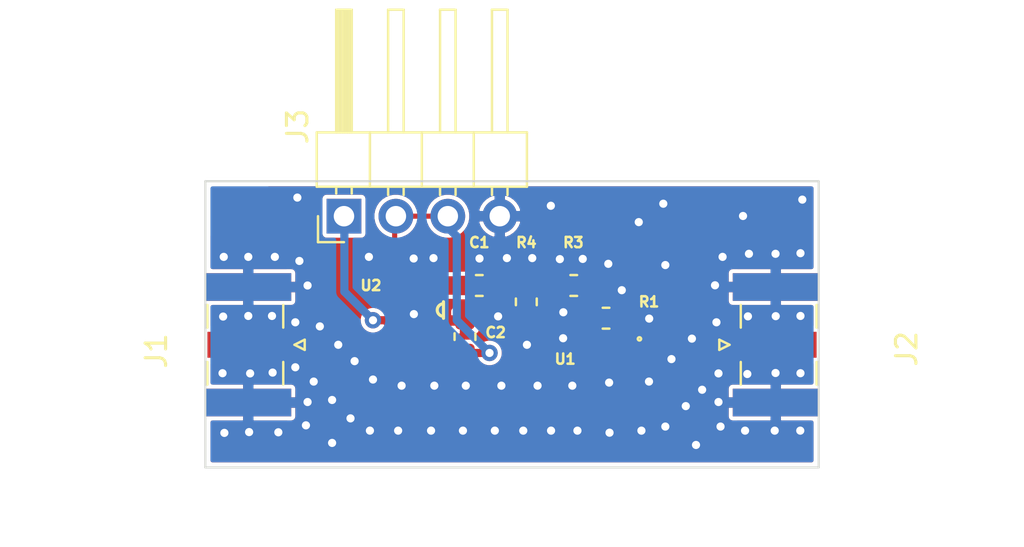
<source format=kicad_pcb>
(kicad_pcb (version 20171130) (host pcbnew 5.1.6-c6e7f7d~86~ubuntu18.04.1)

  (general
    (thickness 1.6)
    (drawings 9)
    (tracks 128)
    (zones 0)
    (modules 10)
    (nets 9)
  )

  (page A4)
  (layers
    (0 F.Cu signal)
    (31 B.Cu signal)
    (32 B.Adhes user)
    (33 F.Adhes user)
    (34 B.Paste user)
    (35 F.Paste user)
    (36 B.SilkS user)
    (37 F.SilkS user)
    (38 B.Mask user)
    (39 F.Mask user)
    (40 Dwgs.User user)
    (41 Cmts.User user hide)
    (42 Eco1.User user)
    (43 Eco2.User user)
    (44 Edge.Cuts user)
    (45 Margin user)
    (46 B.CrtYd user)
    (47 F.CrtYd user)
    (48 B.Fab user)
    (49 F.Fab user hide)
  )

  (setup
    (last_trace_width 0.25)
    (user_trace_width 0.4)
    (user_trace_width 0.6)
    (trace_clearance 0.2)
    (zone_clearance 0.2)
    (zone_45_only no)
    (trace_min 0.2)
    (via_size 0.8)
    (via_drill 0.4)
    (via_min_size 0.4)
    (via_min_drill 0.3)
    (uvia_size 0.3)
    (uvia_drill 0.1)
    (uvias_allowed no)
    (uvia_min_size 0.2)
    (uvia_min_drill 0.1)
    (edge_width 0.05)
    (segment_width 0.2)
    (pcb_text_width 0.3)
    (pcb_text_size 1.5 1.5)
    (mod_edge_width 0.12)
    (mod_text_size 1 1)
    (mod_text_width 0.15)
    (pad_size 1.524 1.524)
    (pad_drill 0.762)
    (pad_to_mask_clearance 0.05)
    (aux_axis_origin 0 0)
    (visible_elements FFFFFF7F)
    (pcbplotparams
      (layerselection 0x010fc_ffffffff)
      (usegerberextensions false)
      (usegerberattributes false)
      (usegerberadvancedattributes true)
      (creategerberjobfile true)
      (excludeedgelayer true)
      (linewidth 0.100000)
      (plotframeref false)
      (viasonmask false)
      (mode 1)
      (useauxorigin false)
      (hpglpennumber 1)
      (hpglpenspeed 20)
      (hpglpendiameter 15.000000)
      (psnegative false)
      (psa4output false)
      (plotreference true)
      (plotvalue false)
      (plotinvisibletext false)
      (padsonsilk false)
      (subtractmaskfromsilk false)
      (outputformat 1)
      (mirror false)
      (drillshape 0)
      (scaleselection 1)
      (outputdirectory ""))
  )

  (net 0 "")
  (net 1 "Net-(C1-Pad1)")
  (net 2 "Net-(C1-Pad2)")
  (net 3 GND)
  (net 4 "Net-(J1-Pad1)")
  (net 5 "Net-(J2-Pad1)")
  (net 6 RF_POW)
  (net 7 ENABLE)
  (net 8 "Net-(R1-Pad1)")

  (net_class Default "This is the default net class."
    (clearance 0.2)
    (trace_width 0.25)
    (via_dia 0.8)
    (via_drill 0.4)
    (uvia_dia 0.3)
    (uvia_drill 0.1)
    (add_net ENABLE)
    (add_net GND)
    (add_net RF_POW)
  )

  (net_class RF ""
    (clearance 0.2)
    (trace_width 0.904)
    (via_dia 0.8)
    (via_drill 0.4)
    (uvia_dia 0.3)
    (uvia_drill 0.1)
    (add_net "Net-(C1-Pad1)")
    (add_net "Net-(C1-Pad2)")
    (add_net "Net-(J1-Pad1)")
    (add_net "Net-(J2-Pad1)")
    (add_net "Net-(R1-Pad1)")
  )

  (module Capacitor_SMD:C_0603_1608Metric (layer F.Cu) (tedit 5B301BBE) (tstamp 5F0509AB)
    (at 109.7 94.6 270)
    (descr "Capacitor SMD 0603 (1608 Metric), square (rectangular) end terminal, IPC_7351 nominal, (Body size source: http://www.tortai-tech.com/upload/download/2011102023233369053.pdf), generated with kicad-footprint-generator")
    (tags capacitor)
    (path /5EFB2CC4)
    (attr smd)
    (fp_text reference C2 (at -0.2 -1.5 180) (layer F.SilkS)
      (effects (font (size 0.5 0.5) (thickness 0.125)))
    )
    (fp_text value 0.1u (at 0 1.43 90) (layer F.Fab)
      (effects (font (size 1 1) (thickness 0.15)))
    )
    (fp_line (start 1.48 0.73) (end -1.48 0.73) (layer F.CrtYd) (width 0.05))
    (fp_line (start 1.48 -0.73) (end 1.48 0.73) (layer F.CrtYd) (width 0.05))
    (fp_line (start -1.48 -0.73) (end 1.48 -0.73) (layer F.CrtYd) (width 0.05))
    (fp_line (start -1.48 0.73) (end -1.48 -0.73) (layer F.CrtYd) (width 0.05))
    (fp_line (start -0.162779 0.51) (end 0.162779 0.51) (layer F.SilkS) (width 0.12))
    (fp_line (start -0.162779 -0.51) (end 0.162779 -0.51) (layer F.SilkS) (width 0.12))
    (fp_line (start 0.8 0.4) (end -0.8 0.4) (layer F.Fab) (width 0.1))
    (fp_line (start 0.8 -0.4) (end 0.8 0.4) (layer F.Fab) (width 0.1))
    (fp_line (start -0.8 -0.4) (end 0.8 -0.4) (layer F.Fab) (width 0.1))
    (fp_line (start -0.8 0.4) (end -0.8 -0.4) (layer F.Fab) (width 0.1))
    (fp_text user %R (at 0 0 90) (layer F.Fab)
      (effects (font (size 0.4 0.4) (thickness 0.06)))
    )
    (pad 1 smd roundrect (at -0.7875 0 270) (size 0.875 0.95) (layers F.Cu F.Paste F.Mask) (roundrect_rratio 0.25)
      (net 3 GND))
    (pad 2 smd roundrect (at 0.7875 0 270) (size 0.875 0.95) (layers F.Cu F.Paste F.Mask) (roundrect_rratio 0.25)
      (net 7 ENABLE))
    (model ${KISYS3DMOD}/Capacitor_SMD.3dshapes/C_0603_1608Metric.wrl
      (at (xyz 0 0 0))
      (scale (xyz 1 1 1))
      (rotate (xyz 0 0 0))
    )
  )

  (module rf-detector:SOT95P280X100-5N (layer F.Cu) (tedit 5EF92D7E) (tstamp 5EF9EEF6)
    (at 107.2 93.3 270)
    (path /5EFADF62)
    (fp_text reference U2 (at -1.2 2.1 180) (layer F.SilkS)
      (effects (font (size 0.5 0.5) (thickness 0.125)))
    )
    (fp_text value LTC5505-1ES5PBF (at 13.17 3.49 90) (layer F.Fab)
      (effects (font (size 1.64122 1.64122) (thickness 0.015)))
    )
    (fp_line (start 1.397 -1.1684) (end 0.8636 -1.1684) (layer F.Fab) (width 0.1))
    (fp_line (start 1.397 -0.7366) (end 1.397 -1.1684) (layer F.Fab) (width 0.1))
    (fp_line (start 0.8636 -0.7366) (end 1.397 -0.7366) (layer F.Fab) (width 0.1))
    (fp_line (start 0.8636 -1.1684) (end 0.8636 -0.7366) (layer F.Fab) (width 0.1))
    (fp_line (start 0.8636 -1.4478) (end 0.8636 -1.1684) (layer F.Fab) (width 0.1))
    (fp_line (start 1.397 0.7366) (end 0.8636 0.7366) (layer F.Fab) (width 0.1))
    (fp_line (start 1.397 1.1684) (end 1.397 0.7366) (layer F.Fab) (width 0.1))
    (fp_line (start 0.8636 1.1684) (end 1.397 1.1684) (layer F.Fab) (width 0.1))
    (fp_line (start -1.397 1.1684) (end -0.8636 1.1684) (layer F.Fab) (width 0.1))
    (fp_line (start -1.397 0.7366) (end -1.397 1.1684) (layer F.Fab) (width 0.1))
    (fp_line (start -0.8636 0.7366) (end -1.397 0.7366) (layer F.Fab) (width 0.1))
    (fp_line (start -0.8636 1.1684) (end -0.8636 0.7366) (layer F.Fab) (width 0.1))
    (fp_line (start -0.8636 1.4478) (end -0.8636 1.1684) (layer F.Fab) (width 0.1))
    (fp_line (start -1.397 0.2286) (end -0.8636 0.2286) (layer F.Fab) (width 0.1))
    (fp_line (start -1.397 -0.2286) (end -1.397 0.2286) (layer F.Fab) (width 0.1))
    (fp_line (start -0.8636 -0.2286) (end -1.397 -0.2286) (layer F.Fab) (width 0.1))
    (fp_line (start -1.397 -0.7366) (end -0.8636 -0.7366) (layer F.Fab) (width 0.1))
    (fp_line (start -1.397 -1.1684) (end -1.397 -0.7366) (layer F.Fab) (width 0.1))
    (fp_line (start -0.8636 -1.1684) (end -1.397 -1.1684) (layer F.Fab) (width 0.1))
    (fp_line (start -0.8636 0.2286) (end -0.8636 0.7366) (layer F.Fab) (width 0.1))
    (fp_line (start -0.8636 -0.2286) (end -0.8636 0.2286) (layer F.Fab) (width 0.1))
    (fp_line (start -0.8636 -0.7366) (end -0.8636 -0.2286) (layer F.Fab) (width 0.1))
    (fp_line (start -0.8636 -1.1684) (end -0.8636 -0.7366) (layer F.Fab) (width 0.1))
    (fp_line (start -0.8636 -1.4478) (end -0.8636 -1.1684) (layer F.Fab) (width 0.1))
    (fp_line (start -0.3048 -1.4478) (end -0.8636 -1.4478) (layer F.Fab) (width 0.1))
    (fp_line (start 0.3048 -1.4478) (end -0.3048 -1.4478) (layer F.Fab) (width 0.1))
    (fp_line (start 0.8636 -1.4478) (end 0.3048 -1.4478) (layer F.Fab) (width 0.1))
    (fp_line (start 0.8636 0.7366) (end 0.8636 -0.7366) (layer F.Fab) (width 0.1))
    (fp_line (start 0.8636 1.1684) (end 0.8636 0.7366) (layer F.Fab) (width 0.1))
    (fp_line (start 0.8636 1.4478) (end 0.8636 1.1684) (layer F.Fab) (width 0.1))
    (fp_line (start -0.8636 1.4478) (end 0.8636 1.4478) (layer F.Fab) (width 0.1))
    (fp_line (start -0.3048 -1.4478) (end -0.4064 -1.4478) (layer F.SilkS) (width 0.1524))
    (fp_line (start 0.3048 -1.4478) (end -0.3048 -1.4478) (layer F.SilkS) (width 0.1524))
    (fp_line (start 0.4064 -1.4478) (end 0.3048 -1.4478) (layer F.SilkS) (width 0.1524))
    (fp_arc (start 0 -1.4478) (end -0.3048 -1.4478) (angle -180) (layer F.SilkS) (width 0.1524))
    (fp_arc (start 0 -1.4478) (end -0.3048 -1.4478) (angle -180) (layer F.Fab) (width 0.1))
    (pad 1 smd rect (at -1.2192 -0.9398 270) (size 1.2192 0.508) (layers F.Cu F.Paste F.Mask)
      (net 1 "Net-(C1-Pad1)"))
    (pad 2 smd rect (at -1.2192 0 270) (size 1.2192 0.508) (layers F.Cu F.Paste F.Mask)
      (net 3 GND))
    (pad 3 smd rect (at -1.2192 0.9398 270) (size 1.2192 0.508) (layers F.Cu F.Paste F.Mask)
      (net 7 ENABLE))
    (pad 4 smd rect (at 1.2192 0.9398 270) (size 1.2192 0.508) (layers F.Cu F.Paste F.Mask)
      (net 6 RF_POW))
    (pad 5 smd rect (at 1.2192 -0.9398 270) (size 1.2192 0.508) (layers F.Cu F.Paste F.Mask)
      (net 7 ENABLE))
  )

  (module Connector_PinHeader_2.54mm:PinHeader_1x04_P2.54mm_Horizontal (layer F.Cu) (tedit 59FED5CB) (tstamp 5EF9F5A6)
    (at 103.78 88.71 90)
    (descr "Through hole angled pin header, 1x04, 2.54mm pitch, 6mm pin length, single row")
    (tags "Through hole angled pin header THT 1x04 2.54mm single row")
    (path /5EFBF6CD)
    (fp_text reference J3 (at 4.385 -2.27 90) (layer F.SilkS)
      (effects (font (size 1 1) (thickness 0.15)))
    )
    (fp_text value Conn_01x04_Male (at 4.385 9.89 90) (layer F.Fab)
      (effects (font (size 1 1) (thickness 0.15)))
    )
    (fp_line (start 10.55 -1.8) (end -1.8 -1.8) (layer F.CrtYd) (width 0.05))
    (fp_line (start 10.55 9.4) (end 10.55 -1.8) (layer F.CrtYd) (width 0.05))
    (fp_line (start -1.8 9.4) (end 10.55 9.4) (layer F.CrtYd) (width 0.05))
    (fp_line (start -1.8 -1.8) (end -1.8 9.4) (layer F.CrtYd) (width 0.05))
    (fp_line (start -1.27 -1.27) (end 0 -1.27) (layer F.SilkS) (width 0.12))
    (fp_line (start -1.27 0) (end -1.27 -1.27) (layer F.SilkS) (width 0.12))
    (fp_line (start 1.042929 8) (end 1.44 8) (layer F.SilkS) (width 0.12))
    (fp_line (start 1.042929 7.24) (end 1.44 7.24) (layer F.SilkS) (width 0.12))
    (fp_line (start 10.1 8) (end 4.1 8) (layer F.SilkS) (width 0.12))
    (fp_line (start 10.1 7.24) (end 10.1 8) (layer F.SilkS) (width 0.12))
    (fp_line (start 4.1 7.24) (end 10.1 7.24) (layer F.SilkS) (width 0.12))
    (fp_line (start 1.44 6.35) (end 4.1 6.35) (layer F.SilkS) (width 0.12))
    (fp_line (start 1.042929 5.46) (end 1.44 5.46) (layer F.SilkS) (width 0.12))
    (fp_line (start 1.042929 4.7) (end 1.44 4.7) (layer F.SilkS) (width 0.12))
    (fp_line (start 10.1 5.46) (end 4.1 5.46) (layer F.SilkS) (width 0.12))
    (fp_line (start 10.1 4.7) (end 10.1 5.46) (layer F.SilkS) (width 0.12))
    (fp_line (start 4.1 4.7) (end 10.1 4.7) (layer F.SilkS) (width 0.12))
    (fp_line (start 1.44 3.81) (end 4.1 3.81) (layer F.SilkS) (width 0.12))
    (fp_line (start 1.042929 2.92) (end 1.44 2.92) (layer F.SilkS) (width 0.12))
    (fp_line (start 1.042929 2.16) (end 1.44 2.16) (layer F.SilkS) (width 0.12))
    (fp_line (start 10.1 2.92) (end 4.1 2.92) (layer F.SilkS) (width 0.12))
    (fp_line (start 10.1 2.16) (end 10.1 2.92) (layer F.SilkS) (width 0.12))
    (fp_line (start 4.1 2.16) (end 10.1 2.16) (layer F.SilkS) (width 0.12))
    (fp_line (start 1.44 1.27) (end 4.1 1.27) (layer F.SilkS) (width 0.12))
    (fp_line (start 1.11 0.38) (end 1.44 0.38) (layer F.SilkS) (width 0.12))
    (fp_line (start 1.11 -0.38) (end 1.44 -0.38) (layer F.SilkS) (width 0.12))
    (fp_line (start 4.1 0.28) (end 10.1 0.28) (layer F.SilkS) (width 0.12))
    (fp_line (start 4.1 0.16) (end 10.1 0.16) (layer F.SilkS) (width 0.12))
    (fp_line (start 4.1 0.04) (end 10.1 0.04) (layer F.SilkS) (width 0.12))
    (fp_line (start 4.1 -0.08) (end 10.1 -0.08) (layer F.SilkS) (width 0.12))
    (fp_line (start 4.1 -0.2) (end 10.1 -0.2) (layer F.SilkS) (width 0.12))
    (fp_line (start 4.1 -0.32) (end 10.1 -0.32) (layer F.SilkS) (width 0.12))
    (fp_line (start 10.1 0.38) (end 4.1 0.38) (layer F.SilkS) (width 0.12))
    (fp_line (start 10.1 -0.38) (end 10.1 0.38) (layer F.SilkS) (width 0.12))
    (fp_line (start 4.1 -0.38) (end 10.1 -0.38) (layer F.SilkS) (width 0.12))
    (fp_line (start 4.1 -1.33) (end 1.44 -1.33) (layer F.SilkS) (width 0.12))
    (fp_line (start 4.1 8.95) (end 4.1 -1.33) (layer F.SilkS) (width 0.12))
    (fp_line (start 1.44 8.95) (end 4.1 8.95) (layer F.SilkS) (width 0.12))
    (fp_line (start 1.44 -1.33) (end 1.44 8.95) (layer F.SilkS) (width 0.12))
    (fp_line (start 4.04 7.94) (end 10.04 7.94) (layer F.Fab) (width 0.1))
    (fp_line (start 10.04 7.3) (end 10.04 7.94) (layer F.Fab) (width 0.1))
    (fp_line (start 4.04 7.3) (end 10.04 7.3) (layer F.Fab) (width 0.1))
    (fp_line (start -0.32 7.94) (end 1.5 7.94) (layer F.Fab) (width 0.1))
    (fp_line (start -0.32 7.3) (end -0.32 7.94) (layer F.Fab) (width 0.1))
    (fp_line (start -0.32 7.3) (end 1.5 7.3) (layer F.Fab) (width 0.1))
    (fp_line (start 4.04 5.4) (end 10.04 5.4) (layer F.Fab) (width 0.1))
    (fp_line (start 10.04 4.76) (end 10.04 5.4) (layer F.Fab) (width 0.1))
    (fp_line (start 4.04 4.76) (end 10.04 4.76) (layer F.Fab) (width 0.1))
    (fp_line (start -0.32 5.4) (end 1.5 5.4) (layer F.Fab) (width 0.1))
    (fp_line (start -0.32 4.76) (end -0.32 5.4) (layer F.Fab) (width 0.1))
    (fp_line (start -0.32 4.76) (end 1.5 4.76) (layer F.Fab) (width 0.1))
    (fp_line (start 4.04 2.86) (end 10.04 2.86) (layer F.Fab) (width 0.1))
    (fp_line (start 10.04 2.22) (end 10.04 2.86) (layer F.Fab) (width 0.1))
    (fp_line (start 4.04 2.22) (end 10.04 2.22) (layer F.Fab) (width 0.1))
    (fp_line (start -0.32 2.86) (end 1.5 2.86) (layer F.Fab) (width 0.1))
    (fp_line (start -0.32 2.22) (end -0.32 2.86) (layer F.Fab) (width 0.1))
    (fp_line (start -0.32 2.22) (end 1.5 2.22) (layer F.Fab) (width 0.1))
    (fp_line (start 4.04 0.32) (end 10.04 0.32) (layer F.Fab) (width 0.1))
    (fp_line (start 10.04 -0.32) (end 10.04 0.32) (layer F.Fab) (width 0.1))
    (fp_line (start 4.04 -0.32) (end 10.04 -0.32) (layer F.Fab) (width 0.1))
    (fp_line (start -0.32 0.32) (end 1.5 0.32) (layer F.Fab) (width 0.1))
    (fp_line (start -0.32 -0.32) (end -0.32 0.32) (layer F.Fab) (width 0.1))
    (fp_line (start -0.32 -0.32) (end 1.5 -0.32) (layer F.Fab) (width 0.1))
    (fp_line (start 1.5 -0.635) (end 2.135 -1.27) (layer F.Fab) (width 0.1))
    (fp_line (start 1.5 8.89) (end 1.5 -0.635) (layer F.Fab) (width 0.1))
    (fp_line (start 4.04 8.89) (end 1.5 8.89) (layer F.Fab) (width 0.1))
    (fp_line (start 4.04 -1.27) (end 4.04 8.89) (layer F.Fab) (width 0.1))
    (fp_line (start 2.135 -1.27) (end 4.04 -1.27) (layer F.Fab) (width 0.1))
    (fp_text user %R (at 2.77 3.81) (layer F.Fab)
      (effects (font (size 1 1) (thickness 0.15)))
    )
    (pad 1 thru_hole rect (at 0 0 90) (size 1.7 1.7) (drill 1) (layers *.Cu *.Mask)
      (net 6 RF_POW))
    (pad 2 thru_hole oval (at 0 2.54 90) (size 1.7 1.7) (drill 1) (layers *.Cu *.Mask)
      (net 7 ENABLE))
    (pad 3 thru_hole oval (at 0 5.08 90) (size 1.7 1.7) (drill 1) (layers *.Cu *.Mask)
      (net 7 ENABLE))
    (pad 4 thru_hole oval (at 0 7.62 90) (size 1.7 1.7) (drill 1) (layers *.Cu *.Mask)
      (net 3 GND))
    (model ${KISYS3DMOD}/Connector_PinHeader_2.54mm.3dshapes/PinHeader_1x04_P2.54mm_Horizontal.wrl
      (at (xyz 0 0 0))
      (scale (xyz 1 1 1))
      (rotate (xyz 0 0 0))
    )
  )

  (module Capacitor_SMD:C_0603_1608Metric (layer F.Cu) (tedit 5B301BBE) (tstamp 5EFEC298)
    (at 110.4 92.1)
    (descr "Capacitor SMD 0603 (1608 Metric), square (rectangular) end terminal, IPC_7351 nominal, (Body size source: http://www.tortai-tech.com/upload/download/2011102023233369053.pdf), generated with kicad-footprint-generator")
    (tags capacitor)
    (path /5EFABA14)
    (attr smd)
    (fp_text reference C1 (at 0 -2.1) (layer F.SilkS)
      (effects (font (size 0.5 0.5) (thickness 0.125)))
    )
    (fp_text value 33p (at 0 1.43) (layer F.Fab)
      (effects (font (size 1 1) (thickness 0.15)))
    )
    (fp_line (start -0.8 0.4) (end -0.8 -0.4) (layer F.Fab) (width 0.1))
    (fp_line (start -0.8 -0.4) (end 0.8 -0.4) (layer F.Fab) (width 0.1))
    (fp_line (start 0.8 -0.4) (end 0.8 0.4) (layer F.Fab) (width 0.1))
    (fp_line (start 0.8 0.4) (end -0.8 0.4) (layer F.Fab) (width 0.1))
    (fp_line (start -0.162779 -0.51) (end 0.162779 -0.51) (layer F.SilkS) (width 0.12))
    (fp_line (start -0.162779 0.51) (end 0.162779 0.51) (layer F.SilkS) (width 0.12))
    (fp_line (start -1.48 0.73) (end -1.48 -0.73) (layer F.CrtYd) (width 0.05))
    (fp_line (start -1.48 -0.73) (end 1.48 -0.73) (layer F.CrtYd) (width 0.05))
    (fp_line (start 1.48 -0.73) (end 1.48 0.73) (layer F.CrtYd) (width 0.05))
    (fp_line (start 1.48 0.73) (end -1.48 0.73) (layer F.CrtYd) (width 0.05))
    (fp_text user %R (at 0 0) (layer F.Fab)
      (effects (font (size 0.4 0.4) (thickness 0.06)))
    )
    (pad 1 smd roundrect (at -0.7875 0) (size 0.875 0.95) (layers F.Cu F.Paste F.Mask) (roundrect_rratio 0.25)
      (net 1 "Net-(C1-Pad1)"))
    (pad 2 smd roundrect (at 0.7875 0) (size 0.875 0.95) (layers F.Cu F.Paste F.Mask) (roundrect_rratio 0.25)
      (net 2 "Net-(C1-Pad2)"))
    (model ${KISYS3DMOD}/Capacitor_SMD.3dshapes/C_0603_1608Metric.wrl
      (at (xyz 0 0 0))
      (scale (xyz 1 1 1))
      (rotate (xyz 0 0 0))
    )
  )

  (module Resistor_SMD:R_0603_1608Metric (layer F.Cu) (tedit 5B301BBD) (tstamp 5EFEBBCD)
    (at 116.6 93.7)
    (descr "Resistor SMD 0603 (1608 Metric), square (rectangular) end terminal, IPC_7351 nominal, (Body size source: http://www.tortai-tech.com/upload/download/2011102023233369053.pdf), generated with kicad-footprint-generator")
    (tags resistor)
    (path /5EFA38F2)
    (attr smd)
    (fp_text reference R1 (at 2.1 -0.8) (layer F.SilkS)
      (effects (font (size 0.5 0.5) (thickness 0.125)))
    )
    (fp_text value DNP (at 0 1.43) (layer F.Fab)
      (effects (font (size 1 1) (thickness 0.15)))
    )
    (fp_line (start -0.8 0.4) (end -0.8 -0.4) (layer F.Fab) (width 0.1))
    (fp_line (start -0.8 -0.4) (end 0.8 -0.4) (layer F.Fab) (width 0.1))
    (fp_line (start 0.8 -0.4) (end 0.8 0.4) (layer F.Fab) (width 0.1))
    (fp_line (start 0.8 0.4) (end -0.8 0.4) (layer F.Fab) (width 0.1))
    (fp_line (start -0.162779 -0.51) (end 0.162779 -0.51) (layer F.SilkS) (width 0.12))
    (fp_line (start -0.162779 0.51) (end 0.162779 0.51) (layer F.SilkS) (width 0.12))
    (fp_line (start -1.48 0.73) (end -1.48 -0.73) (layer F.CrtYd) (width 0.05))
    (fp_line (start -1.48 -0.73) (end 1.48 -0.73) (layer F.CrtYd) (width 0.05))
    (fp_line (start 1.48 -0.73) (end 1.48 0.73) (layer F.CrtYd) (width 0.05))
    (fp_line (start 1.48 0.73) (end -1.48 0.73) (layer F.CrtYd) (width 0.05))
    (fp_text user %R (at 0 0) (layer F.Fab)
      (effects (font (size 0.4 0.4) (thickness 0.06)))
    )
    (pad 1 smd roundrect (at -0.7875 0) (size 0.875 0.95) (layers F.Cu F.Paste F.Mask) (roundrect_rratio 0.25)
      (net 8 "Net-(R1-Pad1)"))
    (pad 2 smd roundrect (at 0.7875 0) (size 0.875 0.95) (layers F.Cu F.Paste F.Mask) (roundrect_rratio 0.25)
      (net 3 GND))
    (model ${KISYS3DMOD}/Resistor_SMD.3dshapes/R_0603_1608Metric.wrl
      (at (xyz 0 0 0))
      (scale (xyz 1 1 1))
      (rotate (xyz 0 0 0))
    )
  )

  (module Resistor_SMD:R_0603_1608Metric (layer F.Cu) (tedit 5B301BBD) (tstamp 5F0505B2)
    (at 115.02 92.1)
    (descr "Resistor SMD 0603 (1608 Metric), square (rectangular) end terminal, IPC_7351 nominal, (Body size source: http://www.tortai-tech.com/upload/download/2011102023233369053.pdf), generated with kicad-footprint-generator")
    (tags resistor)
    (path /5EFA3B88)
    (attr smd)
    (fp_text reference R3 (at -0.02 -2.1) (layer F.SilkS)
      (effects (font (size 0.5 0.5) (thickness 0.125)))
    )
    (fp_text value 0R (at 0 1.43) (layer F.Fab)
      (effects (font (size 1 1) (thickness 0.15)))
    )
    (fp_line (start -0.8 0.4) (end -0.8 -0.4) (layer F.Fab) (width 0.1))
    (fp_line (start -0.8 -0.4) (end 0.8 -0.4) (layer F.Fab) (width 0.1))
    (fp_line (start 0.8 -0.4) (end 0.8 0.4) (layer F.Fab) (width 0.1))
    (fp_line (start 0.8 0.4) (end -0.8 0.4) (layer F.Fab) (width 0.1))
    (fp_line (start -0.162779 -0.51) (end 0.162779 -0.51) (layer F.SilkS) (width 0.12))
    (fp_line (start -0.162779 0.51) (end 0.162779 0.51) (layer F.SilkS) (width 0.12))
    (fp_line (start -1.48 0.73) (end -1.48 -0.73) (layer F.CrtYd) (width 0.05))
    (fp_line (start -1.48 -0.73) (end 1.48 -0.73) (layer F.CrtYd) (width 0.05))
    (fp_line (start 1.48 -0.73) (end 1.48 0.73) (layer F.CrtYd) (width 0.05))
    (fp_line (start 1.48 0.73) (end -1.48 0.73) (layer F.CrtYd) (width 0.05))
    (fp_text user %R (at 0 0) (layer F.Fab)
      (effects (font (size 0.4 0.4) (thickness 0.06)))
    )
    (pad 1 smd roundrect (at -0.7875 0) (size 0.875 0.95) (layers F.Cu F.Paste F.Mask) (roundrect_rratio 0.25)
      (net 2 "Net-(C1-Pad2)"))
    (pad 2 smd roundrect (at 0.7875 0) (size 0.875 0.95) (layers F.Cu F.Paste F.Mask) (roundrect_rratio 0.25)
      (net 8 "Net-(R1-Pad1)"))
    (model ${KISYS3DMOD}/Resistor_SMD.3dshapes/R_0603_1608Metric.wrl
      (at (xyz 0 0 0))
      (scale (xyz 1 1 1))
      (rotate (xyz 0 0 0))
    )
  )

  (module Resistor_SMD:R_0603_1608Metric (layer F.Cu) (tedit 5B301BBD) (tstamp 5EFEBDB0)
    (at 112.7 92.9 90)
    (descr "Resistor SMD 0603 (1608 Metric), square (rectangular) end terminal, IPC_7351 nominal, (Body size source: http://www.tortai-tech.com/upload/download/2011102023233369053.pdf), generated with kicad-footprint-generator")
    (tags resistor)
    (path /5EFA3E58)
    (attr smd)
    (fp_text reference R4 (at 2.9 0 180) (layer F.SilkS)
      (effects (font (size 0.5 0.5) (thickness 0.125)))
    )
    (fp_text value DNP (at 0 1.43 90) (layer F.Fab)
      (effects (font (size 1 1) (thickness 0.15)))
    )
    (fp_line (start 1.48 0.73) (end -1.48 0.73) (layer F.CrtYd) (width 0.05))
    (fp_line (start 1.48 -0.73) (end 1.48 0.73) (layer F.CrtYd) (width 0.05))
    (fp_line (start -1.48 -0.73) (end 1.48 -0.73) (layer F.CrtYd) (width 0.05))
    (fp_line (start -1.48 0.73) (end -1.48 -0.73) (layer F.CrtYd) (width 0.05))
    (fp_line (start -0.162779 0.51) (end 0.162779 0.51) (layer F.SilkS) (width 0.12))
    (fp_line (start -0.162779 -0.51) (end 0.162779 -0.51) (layer F.SilkS) (width 0.12))
    (fp_line (start 0.8 0.4) (end -0.8 0.4) (layer F.Fab) (width 0.1))
    (fp_line (start 0.8 -0.4) (end 0.8 0.4) (layer F.Fab) (width 0.1))
    (fp_line (start -0.8 -0.4) (end 0.8 -0.4) (layer F.Fab) (width 0.1))
    (fp_line (start -0.8 0.4) (end -0.8 -0.4) (layer F.Fab) (width 0.1))
    (fp_text user %R (at 0 0 90) (layer F.Fab)
      (effects (font (size 0.4 0.4) (thickness 0.06)))
    )
    (pad 2 smd roundrect (at 0.7875 0 90) (size 0.875 0.95) (layers F.Cu F.Paste F.Mask) (roundrect_rratio 0.25)
      (net 2 "Net-(C1-Pad2)"))
    (pad 1 smd roundrect (at -0.7875 0 90) (size 0.875 0.95) (layers F.Cu F.Paste F.Mask) (roundrect_rratio 0.25)
      (net 3 GND))
    (model ${KISYS3DMOD}/Resistor_SMD.3dshapes/R_0603_1608Metric.wrl
      (at (xyz 0 0 0))
      (scale (xyz 1 1 1))
      (rotate (xyz 0 0 0))
    )
  )

  (module rf-parts:D17W+ (layer F.Cu) (tedit 5EFEA3FF) (tstamp 5EFEBAFB)
    (at 116.7602 96.857 180)
    (path /5EFEEEC5)
    (fp_text reference U1 (at 2.1602 1.157) (layer F.SilkS)
      (effects (font (size 0.5 0.5) (thickness 0.125)))
    )
    (fp_text value Directional-coupler (at 0 -2.54) (layer F.Fab)
      (effects (font (size 1 1) (thickness 0.15)))
    )
    (fp_circle (center -1.4732 2.1463) (end -1.4986 2.2225) (layer F.SilkS) (width 0.12))
    (pad 5 smd rect (at 0 -1.143 180) (size 0.508 1.27) (layers F.Cu F.Paste F.Mask)
      (net 3 GND))
    (pad 4 smd rect (at 0.9398 -1.143 180) (size 0.508 1.27) (layers F.Cu F.Paste F.Mask)
      (net 4 "Net-(J1-Pad1)"))
    (pad 6 smd rect (at -0.9398 -1.143 180) (size 0.508 1.27) (layers F.Cu F.Paste F.Mask)
      (net 5 "Net-(J2-Pad1)"))
    (pad 1 smd rect (at -0.9398 1.143 180) (size 0.508 1.27) (layers F.Cu F.Paste F.Mask)
      (net 3 GND))
    (pad 2 smd rect (at 0 1.143 180) (size 0.508 1.27) (layers F.Cu F.Paste F.Mask)
      (net 3 GND))
    (pad 3 smd rect (at 0.9398 1.143 180) (size 0.508 1.27) (layers F.Cu F.Paste F.Mask)
      (net 8 "Net-(R1-Pad1)"))
  )

  (module Connector_Coaxial:SMA_Samtec_SMA-J-P-X-ST-EM1_EdgeMount (layer F.Cu) (tedit 5DAA3454) (tstamp 5F04FDB8)
    (at 99.1 95 270)
    (descr "Connector SMA, 0Hz to 20GHz, 50Ohm, Edge Mount (http://suddendocs.samtec.com/prints/sma-j-p-x-st-em1-mkt.pdf)")
    (tags "SMA Straight Samtec Edge Mount")
    (path /5EF94AD2)
    (attr smd)
    (fp_text reference J1 (at 0.3 4.5 90) (layer F.SilkS)
      (effects (font (size 1 1) (thickness 0.15)))
    )
    (fp_text value Conn_Coaxial (at 0 13 90) (layer F.Fab)
      (effects (font (size 1 1) (thickness 0.15)))
    )
    (fp_line (start -0.25 -2.76) (end 0 -2.26) (layer F.SilkS) (width 0.12))
    (fp_line (start 0.25 -2.76) (end -0.25 -2.76) (layer F.SilkS) (width 0.12))
    (fp_line (start 0 -2.26) (end 0.25 -2.76) (layer F.SilkS) (width 0.12))
    (fp_line (start 0 3.1) (end -0.64 2.1) (layer F.Fab) (width 0.1))
    (fp_line (start 0.64 2.1) (end 0 3.1) (layer F.Fab) (width 0.1))
    (fp_line (start 4 2.6) (end 4 -2.6) (layer F.CrtYd) (width 0.05))
    (fp_line (start 3.68 12.12) (end -3.68 12.12) (layer F.CrtYd) (width 0.05))
    (fp_line (start -4 2.6) (end -4 -2.6) (layer F.CrtYd) (width 0.05))
    (fp_line (start -4 -2.6) (end 4 -2.6) (layer F.CrtYd) (width 0.05))
    (fp_line (start 4 2.6) (end 4 -2.6) (layer B.CrtYd) (width 0.05))
    (fp_line (start 3.68 12.12) (end -3.68 12.12) (layer B.CrtYd) (width 0.05))
    (fp_line (start -4 2.6) (end -4 -2.6) (layer B.CrtYd) (width 0.05))
    (fp_line (start -4 -2.6) (end 4 -2.6) (layer B.CrtYd) (width 0.05))
    (fp_line (start 3.165 11.62) (end -3.165 11.62) (layer F.Fab) (width 0.1))
    (fp_line (start 3.175 -1.71) (end 3.175 11.62) (layer F.Fab) (width 0.1))
    (fp_line (start 3.175 -1.71) (end 2.365 -1.71) (layer F.Fab) (width 0.1))
    (fp_line (start 2.365 -1.71) (end 2.365 2.1) (layer F.Fab) (width 0.1))
    (fp_line (start 2.365 2.1) (end -2.365 2.1) (layer F.Fab) (width 0.1))
    (fp_line (start -2.365 2.1) (end -2.365 -1.71) (layer F.Fab) (width 0.1))
    (fp_line (start -2.365 -1.71) (end -3.175 -1.71) (layer F.Fab) (width 0.1))
    (fp_line (start -3.175 -1.71) (end -3.175 11.62) (layer F.Fab) (width 0.1))
    (fp_line (start 4.1 2.1) (end -4.1 2.1) (layer Dwgs.User) (width 0.1))
    (fp_line (start -3.68 2.6) (end -4 2.6) (layer F.CrtYd) (width 0.05))
    (fp_line (start -3.68 12.12) (end -3.68 2.6) (layer F.CrtYd) (width 0.05))
    (fp_line (start 3.68 2.6) (end 4 2.6) (layer F.CrtYd) (width 0.05))
    (fp_line (start 3.68 2.6) (end 3.68 12.12) (layer F.CrtYd) (width 0.05))
    (fp_line (start -3.68 2.6) (end -4 2.6) (layer B.CrtYd) (width 0.05))
    (fp_line (start -3.68 12.12) (end -3.68 2.6) (layer B.CrtYd) (width 0.05))
    (fp_line (start 4 2.6) (end 3.68 2.6) (layer B.CrtYd) (width 0.05))
    (fp_line (start 3.68 2.6) (end 3.68 12.12) (layer B.CrtYd) (width 0.05))
    (fp_line (start -1.95 2) (end -0.84 2) (layer F.SilkS) (width 0.12))
    (fp_line (start 0.84 2) (end 1.95 2) (layer F.SilkS) (width 0.12))
    (fp_line (start -1.95 -1.71) (end -0.84 -1.71) (layer F.SilkS) (width 0.12))
    (fp_line (start 0.84 -1.71) (end 1.95 -1.71) (layer F.SilkS) (width 0.12))
    (fp_text user %R (at 0 4.79 270) (layer F.Fab)
      (effects (font (size 1 1) (thickness 0.15)))
    )
    (fp_text user "PCB Edge" (at 0 2.6 90) (layer Dwgs.User)
      (effects (font (size 0.5 0.5) (thickness 0.1)))
    )
    (fp_text user "Board Thickness: 1.57mm" (at 0 -5.45 90) (layer Cmts.User)
      (effects (font (size 1 1) (thickness 0.15)))
    )
    (pad 2 smd rect (at -2.825 0 270) (size 1.35 4.2) (layers B.Cu B.Paste B.Mask)
      (net 3 GND))
    (pad 2 smd rect (at 2.825 0 270) (size 1.35 4.2) (layers B.Cu B.Paste B.Mask)
      (net 3 GND))
    (pad 2 smd rect (at -2.825 0 270) (size 1.35 4.2) (layers F.Cu F.Paste F.Mask)
      (net 3 GND))
    (pad 2 smd rect (at 2.825 0 270) (size 1.35 4.2) (layers F.Cu F.Paste F.Mask)
      (net 3 GND))
    (pad 1 smd rect (at 0 0.2 270) (size 1.27 3.6) (layers F.Cu F.Paste F.Mask)
      (net 4 "Net-(J1-Pad1)"))
    (model ${KISYS3DMOD}/Connector_Coaxial.3dshapes/SMA_Samtec_SMA-J-P-X-ST-EM1_EdgeMount.wrl
      (at (xyz 0 0 0))
      (scale (xyz 1 1 1))
      (rotate (xyz 0 0 0))
    )
  )

  (module Connector_Coaxial:SMA_Samtec_SMA-J-P-X-ST-EM1_EdgeMount (layer F.Cu) (tedit 5DAA3454) (tstamp 5F050039)
    (at 124.9 95 90)
    (descr "Connector SMA, 0Hz to 20GHz, 50Ohm, Edge Mount (http://suddendocs.samtec.com/prints/sma-j-p-x-st-em1-mkt.pdf)")
    (tags "SMA Straight Samtec Edge Mount")
    (path /5EF99B49)
    (attr smd)
    (fp_text reference J2 (at -0.2 6.4 90) (layer F.SilkS)
      (effects (font (size 1 1) (thickness 0.15)))
    )
    (fp_text value Conn_Coaxial (at 0 13 90) (layer F.Fab)
      (effects (font (size 1 1) (thickness 0.15)))
    )
    (fp_line (start 0.84 -1.71) (end 1.95 -1.71) (layer F.SilkS) (width 0.12))
    (fp_line (start -1.95 -1.71) (end -0.84 -1.71) (layer F.SilkS) (width 0.12))
    (fp_line (start 0.84 2) (end 1.95 2) (layer F.SilkS) (width 0.12))
    (fp_line (start -1.95 2) (end -0.84 2) (layer F.SilkS) (width 0.12))
    (fp_line (start 3.68 2.6) (end 3.68 12.12) (layer B.CrtYd) (width 0.05))
    (fp_line (start 4 2.6) (end 3.68 2.6) (layer B.CrtYd) (width 0.05))
    (fp_line (start -3.68 12.12) (end -3.68 2.6) (layer B.CrtYd) (width 0.05))
    (fp_line (start -3.68 2.6) (end -4 2.6) (layer B.CrtYd) (width 0.05))
    (fp_line (start 3.68 2.6) (end 3.68 12.12) (layer F.CrtYd) (width 0.05))
    (fp_line (start 3.68 2.6) (end 4 2.6) (layer F.CrtYd) (width 0.05))
    (fp_line (start -3.68 12.12) (end -3.68 2.6) (layer F.CrtYd) (width 0.05))
    (fp_line (start -3.68 2.6) (end -4 2.6) (layer F.CrtYd) (width 0.05))
    (fp_line (start 4.1 2.1) (end -4.1 2.1) (layer Dwgs.User) (width 0.1))
    (fp_line (start -3.175 -1.71) (end -3.175 11.62) (layer F.Fab) (width 0.1))
    (fp_line (start -2.365 -1.71) (end -3.175 -1.71) (layer F.Fab) (width 0.1))
    (fp_line (start -2.365 2.1) (end -2.365 -1.71) (layer F.Fab) (width 0.1))
    (fp_line (start 2.365 2.1) (end -2.365 2.1) (layer F.Fab) (width 0.1))
    (fp_line (start 2.365 -1.71) (end 2.365 2.1) (layer F.Fab) (width 0.1))
    (fp_line (start 3.175 -1.71) (end 2.365 -1.71) (layer F.Fab) (width 0.1))
    (fp_line (start 3.175 -1.71) (end 3.175 11.62) (layer F.Fab) (width 0.1))
    (fp_line (start 3.165 11.62) (end -3.165 11.62) (layer F.Fab) (width 0.1))
    (fp_line (start -4 -2.6) (end 4 -2.6) (layer B.CrtYd) (width 0.05))
    (fp_line (start -4 2.6) (end -4 -2.6) (layer B.CrtYd) (width 0.05))
    (fp_line (start 3.68 12.12) (end -3.68 12.12) (layer B.CrtYd) (width 0.05))
    (fp_line (start 4 2.6) (end 4 -2.6) (layer B.CrtYd) (width 0.05))
    (fp_line (start -4 -2.6) (end 4 -2.6) (layer F.CrtYd) (width 0.05))
    (fp_line (start -4 2.6) (end -4 -2.6) (layer F.CrtYd) (width 0.05))
    (fp_line (start 3.68 12.12) (end -3.68 12.12) (layer F.CrtYd) (width 0.05))
    (fp_line (start 4 2.6) (end 4 -2.6) (layer F.CrtYd) (width 0.05))
    (fp_line (start 0.64 2.1) (end 0 3.1) (layer F.Fab) (width 0.1))
    (fp_line (start 0 3.1) (end -0.64 2.1) (layer F.Fab) (width 0.1))
    (fp_line (start 0 -2.26) (end 0.25 -2.76) (layer F.SilkS) (width 0.12))
    (fp_line (start 0.25 -2.76) (end -0.25 -2.76) (layer F.SilkS) (width 0.12))
    (fp_line (start -0.25 -2.76) (end 0 -2.26) (layer F.SilkS) (width 0.12))
    (fp_text user "Board Thickness: 1.57mm" (at 0 -5.45 90) (layer Cmts.User)
      (effects (font (size 1 1) (thickness 0.15)))
    )
    (fp_text user "PCB Edge" (at 0 2.6 90) (layer Dwgs.User)
      (effects (font (size 0.5 0.5) (thickness 0.1)))
    )
    (fp_text user %R (at 0 4.79 270) (layer F.Fab)
      (effects (font (size 1 1) (thickness 0.15)))
    )
    (pad 1 smd rect (at 0 0.2 90) (size 1.27 3.6) (layers F.Cu F.Paste F.Mask)
      (net 5 "Net-(J2-Pad1)"))
    (pad 2 smd rect (at 2.825 0 90) (size 1.35 4.2) (layers F.Cu F.Paste F.Mask)
      (net 3 GND))
    (pad 2 smd rect (at -2.825 0 90) (size 1.35 4.2) (layers F.Cu F.Paste F.Mask)
      (net 3 GND))
    (pad 2 smd rect (at 2.825 0 90) (size 1.35 4.2) (layers B.Cu B.Paste B.Mask)
      (net 3 GND))
    (pad 2 smd rect (at -2.825 0 90) (size 1.35 4.2) (layers B.Cu B.Paste B.Mask)
      (net 3 GND))
    (model ${KISYS3DMOD}/Connector_Coaxial.3dshapes/SMA_Samtec_SMA-J-P-X-ST-EM1_EdgeMount.wrl
      (at (xyz 0 0 0))
      (scale (xyz 1 1 1))
      (rotate (xyz 0 0 0))
    )
  )

  (gr_poly (pts (xy 99.95 89.517) (xy 97.3 89.517) (xy 97.3 87.307) (xy 99.95 87.307)) (layer F.Mask) (width 0.1))
  (gr_text R1 (at 98.7 88.4) (layer F.Cu)
    (effects (font (size 1 1) (thickness 0.25)))
  )
  (gr_poly (pts (xy 122.8 96.5) (xy 122.6 96.5) (xy 119.5 99.6) (xy 118.4 99.6) (xy 118.4 96.7) (xy 121.6 93.5) (xy 122.8 93.5)) (layer F.Mask) (width 0.1))
  (gr_poly (pts (xy 105.8 96.6) (xy 105.4 99.6) (xy 104.7 99.6) (xy 104.6 99.5) (xy 102 97.1) (xy 101.4 96.5) (xy 101.2 96.5) (xy 101.2 93.5) (xy 102.6 93.5)) (layer F.Mask) (width 0.1))
  (gr_poly (pts (xy 115.1 99.6) (xy 105.4 99.6) (xy 105.4 96.6) (xy 115.1 96.6)) (layer F.Mask) (width 0.1))
  (gr_line (start 127 87) (end 127 101) (layer Edge.Cuts) (width 0.1))
  (gr_line (start 97 87) (end 127 87) (layer Edge.Cuts) (width 0.1))
  (gr_line (start 97 101) (end 97 87) (layer Edge.Cuts) (width 0.1))
  (gr_line (start 127 101) (end 97 101) (layer Edge.Cuts) (width 0.1))

  (segment (start 109.6125 92.1) (end 108.4 92.1) (width 0.904) (layer F.Cu) (net 1))
  (segment (start 112.7125 92.1) (end 112.7 92.1125) (width 0.904) (layer F.Cu) (net 2))
  (segment (start 114.2325 92.1) (end 112.7125 92.1) (width 0.904) (layer F.Cu) (net 2))
  (segment (start 112.6875 92.1) (end 112.7 92.1125) (width 0.904) (layer F.Cu) (net 2))
  (segment (start 111.1875 92.1) (end 112.6875 92.1) (width 0.904) (layer F.Cu) (net 2))
  (via (at 116.75 96.85) (size 0.8) (drill 0.4) (layers F.Cu B.Cu) (net 3))
  (via (at 114.95 97) (size 0.8) (drill 0.4) (layers F.Cu B.Cu) (net 3))
  (via (at 118.7 96.8) (size 0.8) (drill 0.4) (layers F.Cu B.Cu) (net 3))
  (via (at 118.71 93.72) (size 0.8) (drill 0.4) (layers F.Cu B.Cu) (net 3))
  (via (at 117.37 92.33) (size 0.8) (drill 0.4) (layers F.Cu B.Cu) (net 3))
  (via (at 114.51 93.41) (size 0.8) (drill 0.4) (layers F.Cu B.Cu) (net 3))
  (via (at 114.5 94.68) (size 0.8) (drill 0.4) (layers F.Cu B.Cu) (net 3))
  (via (at 112.73 95) (size 0.8) (drill 0.4) (layers F.Cu B.Cu) (net 3))
  (via (at 111.32 93.61) (size 0.8) (drill 0.4) (layers F.Cu B.Cu) (net 3) (tstamp 5F05718D))
  (via (at 99.1 90.7) (size 0.8) (drill 0.4) (layers F.Cu B.Cu) (net 3))
  (via (at 102 92.1) (size 0.8) (drill 0.4) (layers F.Cu B.Cu) (net 3))
  (via (at 99.1 93.59) (size 0.8) (drill 0.4) (layers F.Cu B.Cu) (net 3))
  (via (at 99.19 96.4) (size 0.8) (drill 0.4) (layers F.Cu B.Cu) (net 3))
  (via (at 102.3 96.8) (size 0.8) (drill 0.4) (layers F.Cu B.Cu) (net 3))
  (via (at 99.14 99.27) (size 0.8) (drill 0.4) (layers F.Cu B.Cu) (net 3))
  (via (at 124.89 90.55) (size 0.8) (drill 0.4) (layers F.Cu B.Cu) (net 3))
  (via (at 121.93 92.09) (size 0.8) (drill 0.4) (layers F.Cu B.Cu) (net 3))
  (via (at 124.9 93.6) (size 0.8) (drill 0.4) (layers F.Cu B.Cu) (net 3))
  (via (at 124.89 96.38) (size 0.8) (drill 0.4) (layers F.Cu B.Cu) (net 3))
  (via (at 122.1 97.8) (size 0.8) (drill 0.4) (layers F.Cu B.Cu) (net 3))
  (via (at 124.85 99.2) (size 0.8) (drill 0.4) (layers F.Cu B.Cu) (net 3))
  (via (at 123.51 96.43) (size 0.8) (drill 0.4) (layers F.Cu B.Cu) (net 3))
  (via (at 122.1 96.4) (size 0.8) (drill 0.4) (layers F.Cu B.Cu) (net 3))
  (via (at 120.5 98) (size 0.8) (drill 0.4) (layers F.Cu B.Cu) (net 3))
  (via (at 119.5 99) (size 0.8) (drill 0.4) (layers F.Cu B.Cu) (net 3))
  (via (at 118.33 99.2) (size 0.8) (drill 0.4) (layers F.Cu B.Cu) (net 3))
  (via (at 123.54 93.61) (size 0.8) (drill 0.4) (layers F.Cu B.Cu) (net 3))
  (via (at 122 93.9) (size 0.8) (drill 0.4) (layers F.Cu B.Cu) (net 3))
  (via (at 120.8 94.7) (size 0.8) (drill 0.4) (layers F.Cu B.Cu) (net 3))
  (via (at 119.8 95.7) (size 0.8) (drill 0.4) (layers F.Cu B.Cu) (net 3))
  (via (at 116.77 99.3) (size 0.8) (drill 0.4) (layers F.Cu B.Cu) (net 3))
  (via (at 115.2 99.2) (size 0.8) (drill 0.4) (layers F.Cu B.Cu) (net 3))
  (via (at 113.91 99.2) (size 0.8) (drill 0.4) (layers F.Cu B.Cu) (net 3))
  (via (at 112.55 99.2) (size 0.8) (drill 0.4) (layers F.Cu B.Cu) (net 3))
  (via (at 111.16 99.2) (size 0.8) (drill 0.4) (layers F.Cu B.Cu) (net 3))
  (via (at 109.6 99.2) (size 0.8) (drill 0.4) (layers F.Cu B.Cu) (net 3))
  (via (at 108.04 99.2) (size 0.8) (drill 0.4) (layers F.Cu B.Cu) (net 3))
  (via (at 106.43 99.2) (size 0.8) (drill 0.4) (layers F.Cu B.Cu) (net 3))
  (via (at 105.05 99.2) (size 0.8) (drill 0.4) (layers F.Cu B.Cu) (net 3))
  (via (at 104.1 98.6) (size 0.8) (drill 0.4) (layers F.Cu B.Cu) (net 3))
  (via (at 103.2 97.7) (size 0.8) (drill 0.4) (layers F.Cu B.Cu) (net 3))
  (via (at 101.4 96.1) (size 0.8) (drill 0.4) (layers F.Cu B.Cu) (net 3))
  (via (at 101.4 93.9) (size 0.8) (drill 0.4) (layers F.Cu B.Cu) (net 3))
  (via (at 102.6 94.1) (size 0.8) (drill 0.4) (layers F.Cu B.Cu) (net 3))
  (via (at 103.5 95) (size 0.8) (drill 0.4) (layers F.Cu B.Cu) (net 3))
  (via (at 104.3 95.8) (size 0.8) (drill 0.4) (layers F.Cu B.Cu) (net 3))
  (via (at 105.2 96.7) (size 0.8) (drill 0.4) (layers F.Cu B.Cu) (net 3))
  (via (at 106.6 97) (size 0.8) (drill 0.4) (layers F.Cu B.Cu) (net 3))
  (via (at 108.2 97) (size 0.8) (drill 0.4) (layers F.Cu B.Cu) (net 3))
  (via (at 109.74 97) (size 0.8) (drill 0.4) (layers F.Cu B.Cu) (net 3))
  (via (at 111.48 97) (size 0.8) (drill 0.4) (layers F.Cu B.Cu) (net 3))
  (via (at 113.25 97) (size 0.8) (drill 0.4) (layers F.Cu B.Cu) (net 3))
  (via (at 100.57 99.28) (size 0.8) (drill 0.4) (layers F.Cu B.Cu) (net 3))
  (via (at 101.92 98.94) (size 0.8) (drill 0.4) (layers F.Cu B.Cu) (net 3))
  (via (at 100.4 90.7) (size 0.8) (drill 0.4) (layers F.Cu B.Cu) (net 3))
  (via (at 101.6 90.9) (size 0.8) (drill 0.4) (layers F.Cu B.Cu) (net 3))
  (via (at 126.11 90.52) (size 0.8) (drill 0.4) (layers F.Cu B.Cu) (net 3))
  (via (at 122.3 90.7) (size 0.8) (drill 0.4) (layers F.Cu B.Cu) (net 3))
  (via (at 123.59 90.55) (size 0.8) (drill 0.4) (layers F.Cu B.Cu) (net 3))
  (via (at 122.2 99) (size 0.8) (drill 0.4) (layers F.Cu B.Cu) (net 3))
  (via (at 123.4 99.2) (size 0.8) (drill 0.4) (layers F.Cu B.Cu) (net 3))
  (via (at 126.1 99.2) (size 0.8) (drill 0.4) (layers F.Cu B.Cu) (net 3))
  (via (at 126.11 96.39) (size 0.8) (drill 0.4) (layers F.Cu B.Cu) (net 3))
  (via (at 126.11 93.59) (size 0.8) (drill 0.4) (layers F.Cu B.Cu) (net 3))
  (via (at 97.87 93.62) (size 0.8) (drill 0.4) (layers F.Cu B.Cu) (net 3))
  (via (at 97.84 96.39) (size 0.8) (drill 0.4) (layers F.Cu B.Cu) (net 3))
  (via (at 97.93 99.31) (size 0.8) (drill 0.4) (layers F.Cu B.Cu) (net 3))
  (via (at 100.29 96.36) (size 0.8) (drill 0.4) (layers F.Cu B.Cu) (net 3))
  (via (at 100.26 93.59) (size 0.8) (drill 0.4) (layers F.Cu B.Cu) (net 3))
  (via (at 97.9 90.7) (size 0.8) (drill 0.4) (layers F.Cu B.Cu) (net 3))
  (via (at 108.16 90.76) (size 0.8) (drill 0.4) (layers F.Cu B.Cu) (net 3))
  (via (at 110.41 90.78) (size 0.8) (drill 0.4) (layers F.Cu B.Cu) (net 3))
  (via (at 111.75 90.76) (size 0.8) (drill 0.4) (layers F.Cu B.Cu) (net 3))
  (via (at 112.99 90.76) (size 0.8) (drill 0.4) (layers F.Cu B.Cu) (net 3))
  (via (at 114.34 90.81) (size 0.8) (drill 0.4) (layers F.Cu B.Cu) (net 3))
  (via (at 115.46 90.8) (size 0.8) (drill 0.4) (layers F.Cu B.Cu) (net 3))
  (via (at 116.71 91.04) (size 0.8) (drill 0.4) (layers F.Cu B.Cu) (net 3))
  (via (at 107.19 90.78) (size 0.8) (drill 0.4) (layers F.Cu B.Cu) (net 3))
  (via (at 107.2 93.5) (size 0.8) (drill 0.4) (layers F.Cu B.Cu) (net 3))
  (via (at 102 97.8) (size 0.8) (drill 0.4) (layers F.Cu B.Cu) (net 3))
  (via (at 121.3 97.2) (size 0.8) (drill 0.4) (layers F.Cu B.Cu) (net 3))
  (via (at 126.2 87.9) (size 0.8) (drill 0.4) (layers F.Cu B.Cu) (net 3))
  (via (at 119.5 91.1) (size 0.8) (drill 0.4) (layers F.Cu B.Cu) (net 3))
  (via (at 123.3 88.7) (size 0.8) (drill 0.4) (layers F.Cu B.Cu) (net 3))
  (via (at 119.4 88.1) (size 0.8) (drill 0.4) (layers F.Cu B.Cu) (net 3))
  (via (at 113.9 88.2) (size 0.8) (drill 0.4) (layers F.Cu B.Cu) (net 3))
  (via (at 118.2 89) (size 0.8) (drill 0.4) (layers F.Cu B.Cu) (net 3))
  (via (at 101.5 87.8) (size 0.8) (drill 0.4) (layers F.Cu B.Cu) (net 3))
  (via (at 105 90.7) (size 0.8) (drill 0.4) (layers F.Cu B.Cu) (net 3))
  (via (at 121 99.9) (size 0.8) (drill 0.4) (layers F.Cu B.Cu) (net 3))
  (via (at 103.2 99.8) (size 0.8) (drill 0.4) (layers F.Cu B.Cu) (net 3))
  (segment (start 115.6 98.1) (end 105.1 98.1) (width 0.904) (layer F.Cu) (net 4))
  (segment (start 105.1 98.1) (end 102 95) (width 0.904) (layer F.Cu) (net 4))
  (segment (start 102 95) (end 98.9 95) (width 0.904) (layer F.Cu) (net 4))
  (segment (start 118.9 98.1) (end 118 98.1) (width 0.904) (layer F.Cu) (net 5))
  (segment (start 122 95) (end 125.1 95) (width 0.904) (layer F.Cu) (net 5))
  (segment (start 118.9 98.1) (end 122 95) (width 0.904) (layer F.Cu) (net 5))
  (via (at 105.2 93.8) (size 0.8) (drill 0.4) (layers F.Cu B.Cu) (net 6))
  (segment (start 105.2 93.8) (end 105.8 93.8) (width 0.4) (layer F.Cu) (net 6))
  (segment (start 106.2602 94.2602) (end 106.2602 94.5192) (width 0.4) (layer F.Cu) (net 6))
  (segment (start 105.8 93.8) (end 106.2602 94.2602) (width 0.4) (layer F.Cu) (net 6))
  (segment (start 105.2 93.8) (end 103.8 92.4) (width 0.4) (layer B.Cu) (net 6))
  (segment (start 103.8 88.73) (end 103.78 88.71) (width 0.4) (layer B.Cu) (net 6))
  (segment (start 103.8 92.4) (end 103.8 88.73) (width 0.4) (layer B.Cu) (net 6))
  (segment (start 108.1398 94.5192) (end 108.1398 94.8198) (width 0.4) (layer F.Cu) (net 7))
  (segment (start 108.7075 95.3875) (end 109.7 95.3875) (width 0.4) (layer F.Cu) (net 7))
  (segment (start 108.1398 94.8198) (end 108.7075 95.3875) (width 0.4) (layer F.Cu) (net 7))
  (segment (start 106.2602 88.7698) (end 106.32 88.71) (width 0.25) (layer F.Cu) (net 7))
  (segment (start 106.2602 92.0808) (end 106.2602 88.7698) (width 0.25) (layer F.Cu) (net 7))
  (segment (start 106.32 88.71) (end 108.86 88.71) (width 0.25) (layer F.Cu) (net 7))
  (segment (start 108.86 88.71) (end 108.86 89.26) (width 0.4) (layer B.Cu) (net 7))
  (segment (start 108.86 89.26) (end 109.3 89.7) (width 0.4) (layer B.Cu) (net 7))
  (segment (start 109.3 89.7) (end 109.3 93.8) (width 0.4) (layer B.Cu) (net 7))
  (segment (start 109.3 93.8) (end 110.9 95.4) (width 0.4) (layer B.Cu) (net 7))
  (segment (start 110.9 95.4) (end 110.9 95.4) (width 0.4) (layer B.Cu) (net 7) (tstamp 5F055866))
  (via (at 110.9 95.4) (size 0.8) (drill 0.4) (layers F.Cu B.Cu) (net 7))
  (segment (start 109.7125 95.4) (end 109.7 95.3875) (width 0.4) (layer F.Cu) (net 7))
  (segment (start 110.9 95.4) (end 109.7125 95.4) (width 0.4) (layer F.Cu) (net 7))
  (segment (start 115.8075 93.695) (end 115.8125 93.7) (width 0.904) (layer F.Cu) (net 8))
  (segment (start 115.8075 92.1) (end 115.8075 93.695) (width 0.904) (layer F.Cu) (net 8))
  (segment (start 115.8204 95.714) (end 115.8204 94.8204) (width 0.6) (layer F.Cu) (net 8))
  (segment (start 115.8204 93.7079) (end 115.8125 93.7) (width 0.904) (layer F.Cu) (net 8))
  (segment (start 115.8204 94.8204) (end 115.8204 93.7079) (width 0.904) (layer F.Cu) (net 8))

  (zone (net 3) (net_name GND) (layer B.Cu) (tstamp 5F06502A) (hatch edge 0.508)
    (connect_pads (clearance 0.2))
    (min_thickness 0.2)
    (fill yes (arc_segments 32) (thermal_gap 0.2) (thermal_bridge_width 0.508))
    (polygon
      (pts
        (xy 127 101) (xy 97 101) (xy 97 87) (xy 127 87)
      )
    )
    (filled_polygon
      (pts
        (xy 126.65 91.19882) (xy 125.129 91.2) (xy 125.054 91.275) (xy 125.054 92.021) (xy 125.074 92.021)
        (xy 125.074 92.329) (xy 125.054 92.329) (xy 125.054 93.075) (xy 125.129 93.15) (xy 126.65 93.15118)
        (xy 126.650001 96.84882) (xy 125.129 96.85) (xy 125.054 96.925) (xy 125.054 97.671) (xy 125.074 97.671)
        (xy 125.074 97.979) (xy 125.054 97.979) (xy 125.054 98.725) (xy 125.129 98.8) (xy 126.650001 98.80118)
        (xy 126.650001 100.65) (xy 97.35 100.65) (xy 97.35 98.80118) (xy 98.871 98.8) (xy 98.946 98.725)
        (xy 98.946 97.979) (xy 99.254 97.979) (xy 99.254 98.725) (xy 99.329 98.8) (xy 101.2 98.801452)
        (xy 101.25881 98.79566) (xy 101.315361 98.778505) (xy 101.367478 98.750648) (xy 101.413159 98.713159) (xy 101.450648 98.667478)
        (xy 101.478505 98.615361) (xy 101.49566 98.55881) (xy 101.501452 98.5) (xy 122.498548 98.5) (xy 122.50434 98.55881)
        (xy 122.521495 98.615361) (xy 122.549352 98.667478) (xy 122.586841 98.713159) (xy 122.632522 98.750648) (xy 122.684639 98.778505)
        (xy 122.74119 98.79566) (xy 122.8 98.801452) (xy 124.671 98.8) (xy 124.746 98.725) (xy 124.746 97.979)
        (xy 122.575 97.979) (xy 122.5 98.054) (xy 122.498548 98.5) (xy 101.501452 98.5) (xy 101.5 98.054)
        (xy 101.425 97.979) (xy 99.254 97.979) (xy 98.946 97.979) (xy 98.926 97.979) (xy 98.926 97.671)
        (xy 98.946 97.671) (xy 98.946 96.925) (xy 99.254 96.925) (xy 99.254 97.671) (xy 101.425 97.671)
        (xy 101.5 97.596) (xy 101.501452 97.15) (xy 122.498548 97.15) (xy 122.5 97.596) (xy 122.575 97.671)
        (xy 124.746 97.671) (xy 124.746 96.925) (xy 124.671 96.85) (xy 122.8 96.848548) (xy 122.74119 96.85434)
        (xy 122.684639 96.871495) (xy 122.632522 96.899352) (xy 122.586841 96.936841) (xy 122.549352 96.982522) (xy 122.521495 97.034639)
        (xy 122.50434 97.09119) (xy 122.498548 97.15) (xy 101.501452 97.15) (xy 101.49566 97.09119) (xy 101.478505 97.034639)
        (xy 101.450648 96.982522) (xy 101.413159 96.936841) (xy 101.367478 96.899352) (xy 101.315361 96.871495) (xy 101.25881 96.85434)
        (xy 101.2 96.848548) (xy 99.329 96.85) (xy 99.254 96.925) (xy 98.946 96.925) (xy 98.871 96.85)
        (xy 97.35 96.84882) (xy 97.35 93.15118) (xy 98.871 93.15) (xy 98.946 93.075) (xy 98.946 92.329)
        (xy 99.254 92.329) (xy 99.254 93.075) (xy 99.329 93.15) (xy 101.2 93.151452) (xy 101.25881 93.14566)
        (xy 101.315361 93.128505) (xy 101.367478 93.100648) (xy 101.413159 93.063159) (xy 101.450648 93.017478) (xy 101.478505 92.965361)
        (xy 101.49566 92.90881) (xy 101.501452 92.85) (xy 101.5 92.404) (xy 101.425 92.329) (xy 99.254 92.329)
        (xy 98.946 92.329) (xy 98.926 92.329) (xy 98.926 92.021) (xy 98.946 92.021) (xy 98.946 91.275)
        (xy 99.254 91.275) (xy 99.254 92.021) (xy 101.425 92.021) (xy 101.5 91.946) (xy 101.501452 91.5)
        (xy 101.49566 91.44119) (xy 101.478505 91.384639) (xy 101.450648 91.332522) (xy 101.413159 91.286841) (xy 101.367478 91.249352)
        (xy 101.315361 91.221495) (xy 101.25881 91.20434) (xy 101.2 91.198548) (xy 99.329 91.2) (xy 99.254 91.275)
        (xy 98.946 91.275) (xy 98.871 91.2) (xy 97.35 91.19882) (xy 97.35 87.86) (xy 102.628549 87.86)
        (xy 102.628549 89.56) (xy 102.634341 89.61881) (xy 102.651496 89.67536) (xy 102.679353 89.727477) (xy 102.716842 89.773158)
        (xy 102.762523 89.810647) (xy 102.81464 89.838504) (xy 102.87119 89.855659) (xy 102.93 89.861451) (xy 103.300001 89.861451)
        (xy 103.3 92.37544) (xy 103.297581 92.4) (xy 103.3 92.424559) (xy 103.307235 92.498016) (xy 103.335825 92.592266)
        (xy 103.382254 92.679129) (xy 103.444736 92.755264) (xy 103.463824 92.770929) (xy 104.5 93.807106) (xy 104.5 93.868944)
        (xy 104.526901 94.004182) (xy 104.579668 94.131574) (xy 104.656274 94.246224) (xy 104.753776 94.343726) (xy 104.868426 94.420332)
        (xy 104.995818 94.473099) (xy 105.131056 94.5) (xy 105.268944 94.5) (xy 105.404182 94.473099) (xy 105.531574 94.420332)
        (xy 105.646224 94.343726) (xy 105.743726 94.246224) (xy 105.820332 94.131574) (xy 105.873099 94.004182) (xy 105.9 93.868944)
        (xy 105.9 93.731056) (xy 105.873099 93.595818) (xy 105.820332 93.468426) (xy 105.743726 93.353776) (xy 105.646224 93.256274)
        (xy 105.531574 93.179668) (xy 105.404182 93.126901) (xy 105.268944 93.1) (xy 105.207106 93.1) (xy 104.3 92.192895)
        (xy 104.3 89.861451) (xy 104.63 89.861451) (xy 104.68881 89.855659) (xy 104.74536 89.838504) (xy 104.797477 89.810647)
        (xy 104.843158 89.773158) (xy 104.880647 89.727477) (xy 104.908504 89.67536) (xy 104.925659 89.61881) (xy 104.931451 89.56)
        (xy 104.931451 88.596735) (xy 105.17 88.596735) (xy 105.17 88.823265) (xy 105.214194 89.045443) (xy 105.300884 89.254729)
        (xy 105.426737 89.443082) (xy 105.586918 89.603263) (xy 105.775271 89.729116) (xy 105.984557 89.815806) (xy 106.206735 89.86)
        (xy 106.433265 89.86) (xy 106.655443 89.815806) (xy 106.864729 89.729116) (xy 107.053082 89.603263) (xy 107.213263 89.443082)
        (xy 107.339116 89.254729) (xy 107.425806 89.045443) (xy 107.47 88.823265) (xy 107.47 88.596735) (xy 107.71 88.596735)
        (xy 107.71 88.823265) (xy 107.754194 89.045443) (xy 107.840884 89.254729) (xy 107.966737 89.443082) (xy 108.126918 89.603263)
        (xy 108.315271 89.729116) (xy 108.524557 89.815806) (xy 108.746735 89.86) (xy 108.752894 89.86) (xy 108.8 89.907106)
        (xy 108.800001 93.77543) (xy 108.797581 93.8) (xy 108.807235 93.898017) (xy 108.835826 93.992267) (xy 108.882255 94.079129)
        (xy 108.944737 94.155264) (xy 108.963819 94.170924) (xy 110.2 95.407107) (xy 110.2 95.468944) (xy 110.226901 95.604182)
        (xy 110.279668 95.731574) (xy 110.356274 95.846224) (xy 110.453776 95.943726) (xy 110.568426 96.020332) (xy 110.695818 96.073099)
        (xy 110.831056 96.1) (xy 110.968944 96.1) (xy 111.104182 96.073099) (xy 111.231574 96.020332) (xy 111.346224 95.943726)
        (xy 111.443726 95.846224) (xy 111.520332 95.731574) (xy 111.573099 95.604182) (xy 111.6 95.468944) (xy 111.6 95.331056)
        (xy 111.573099 95.195818) (xy 111.520332 95.068426) (xy 111.443726 94.953776) (xy 111.346224 94.856274) (xy 111.231574 94.779668)
        (xy 111.104182 94.726901) (xy 110.968944 94.7) (xy 110.907107 94.7) (xy 109.8 93.592895) (xy 109.8 92.85)
        (xy 122.498548 92.85) (xy 122.50434 92.90881) (xy 122.521495 92.965361) (xy 122.549352 93.017478) (xy 122.586841 93.063159)
        (xy 122.632522 93.100648) (xy 122.684639 93.128505) (xy 122.74119 93.14566) (xy 122.8 93.151452) (xy 124.671 93.15)
        (xy 124.746 93.075) (xy 124.746 92.329) (xy 122.575 92.329) (xy 122.5 92.404) (xy 122.498548 92.85)
        (xy 109.8 92.85) (xy 109.8 91.5) (xy 122.498548 91.5) (xy 122.5 91.946) (xy 122.575 92.021)
        (xy 124.746 92.021) (xy 124.746 91.275) (xy 124.671 91.2) (xy 122.8 91.198548) (xy 122.74119 91.20434)
        (xy 122.684639 91.221495) (xy 122.632522 91.249352) (xy 122.586841 91.286841) (xy 122.549352 91.332522) (xy 122.521495 91.384639)
        (xy 122.50434 91.44119) (xy 122.498548 91.5) (xy 109.8 91.5) (xy 109.8 89.72456) (xy 109.802419 89.7)
        (xy 109.792765 89.601983) (xy 109.791157 89.596681) (xy 109.764175 89.507733) (xy 109.737854 89.458491) (xy 109.753263 89.443082)
        (xy 109.879116 89.254729) (xy 109.965806 89.045443) (xy 109.966812 89.040385) (xy 110.298472 89.040385) (xy 110.384092 89.248934)
        (xy 110.508753 89.436772) (xy 110.667664 89.596681) (xy 110.854719 89.722515) (xy 111.062728 89.809439) (xy 111.069617 89.81152)
        (xy 111.246 89.773912) (xy 111.246 88.864) (xy 111.554 88.864) (xy 111.554 89.773912) (xy 111.730383 89.81152)
        (xy 111.737272 89.809439) (xy 111.945281 89.722515) (xy 112.132336 89.596681) (xy 112.291247 89.436772) (xy 112.415908 89.248934)
        (xy 112.501528 89.040385) (xy 112.46465 88.864) (xy 111.554 88.864) (xy 111.246 88.864) (xy 110.33535 88.864)
        (xy 110.298472 89.040385) (xy 109.966812 89.040385) (xy 110.01 88.823265) (xy 110.01 88.596735) (xy 109.966813 88.379615)
        (xy 110.298472 88.379615) (xy 110.33535 88.556) (xy 111.246 88.556) (xy 111.246 87.646088) (xy 111.554 87.646088)
        (xy 111.554 88.556) (xy 112.46465 88.556) (xy 112.501528 88.379615) (xy 112.415908 88.171066) (xy 112.291247 87.983228)
        (xy 112.132336 87.823319) (xy 111.945281 87.697485) (xy 111.737272 87.610561) (xy 111.730383 87.60848) (xy 111.554 87.646088)
        (xy 111.246 87.646088) (xy 111.069617 87.60848) (xy 111.062728 87.610561) (xy 110.854719 87.697485) (xy 110.667664 87.823319)
        (xy 110.508753 87.983228) (xy 110.384092 88.171066) (xy 110.298472 88.379615) (xy 109.966813 88.379615) (xy 109.965806 88.374557)
        (xy 109.879116 88.165271) (xy 109.753263 87.976918) (xy 109.593082 87.816737) (xy 109.404729 87.690884) (xy 109.195443 87.604194)
        (xy 108.973265 87.56) (xy 108.746735 87.56) (xy 108.524557 87.604194) (xy 108.315271 87.690884) (xy 108.126918 87.816737)
        (xy 107.966737 87.976918) (xy 107.840884 88.165271) (xy 107.754194 88.374557) (xy 107.71 88.596735) (xy 107.47 88.596735)
        (xy 107.425806 88.374557) (xy 107.339116 88.165271) (xy 107.213263 87.976918) (xy 107.053082 87.816737) (xy 106.864729 87.690884)
        (xy 106.655443 87.604194) (xy 106.433265 87.56) (xy 106.206735 87.56) (xy 105.984557 87.604194) (xy 105.775271 87.690884)
        (xy 105.586918 87.816737) (xy 105.426737 87.976918) (xy 105.300884 88.165271) (xy 105.214194 88.374557) (xy 105.17 88.596735)
        (xy 104.931451 88.596735) (xy 104.931451 87.86) (xy 104.925659 87.80119) (xy 104.908504 87.74464) (xy 104.880647 87.692523)
        (xy 104.843158 87.646842) (xy 104.797477 87.609353) (xy 104.74536 87.581496) (xy 104.68881 87.564341) (xy 104.63 87.558549)
        (xy 102.93 87.558549) (xy 102.87119 87.564341) (xy 102.81464 87.581496) (xy 102.762523 87.609353) (xy 102.716842 87.646842)
        (xy 102.679353 87.692523) (xy 102.651496 87.74464) (xy 102.634341 87.80119) (xy 102.628549 87.86) (xy 97.35 87.86)
        (xy 97.35 87.35) (xy 126.65 87.35)
      )
    )
  )
  (zone (net 3) (net_name GND) (layer F.Cu) (tstamp 5F065027) (hatch edge 0.508)
    (connect_pads (clearance 0.2))
    (min_thickness 0.2)
    (fill yes (arc_segments 32) (thermal_gap 0.2) (thermal_bridge_width 0.508))
    (polygon
      (pts
        (xy 127 101) (xy 97 101) (xy 97 87) (xy 127 87)
      )
    )
    (filled_polygon
      (pts
        (xy 126.65 91.19882) (xy 125.129 91.2) (xy 125.054 91.275) (xy 125.054 92.021) (xy 125.074 92.021)
        (xy 125.074 92.329) (xy 125.054 92.329) (xy 125.054 93.075) (xy 125.129 93.15) (xy 126.65 93.15118)
        (xy 126.650001 94.063549) (xy 123.3 94.063549) (xy 123.24119 94.069341) (xy 123.18464 94.086496) (xy 123.132523 94.114353)
        (xy 123.086842 94.151842) (xy 123.049353 94.197523) (xy 123.022373 94.248) (xy 122.036935 94.248) (xy 121.999999 94.244362)
        (xy 121.963064 94.248) (xy 121.963062 94.248) (xy 121.852582 94.258881) (xy 121.717034 94.3) (xy 121.71083 94.301882)
        (xy 121.580189 94.37171) (xy 121.514466 94.425648) (xy 121.465683 94.465683) (xy 121.442137 94.494374) (xy 118.588512 97.348)
        (xy 118.253777 97.348) (xy 118.249659 97.30619) (xy 118.232504 97.24964) (xy 118.204647 97.197523) (xy 118.167158 97.151842)
        (xy 118.121477 97.114353) (xy 118.06936 97.086496) (xy 118.01281 97.069341) (xy 117.954 97.063549) (xy 117.446 97.063549)
        (xy 117.38719 97.069341) (xy 117.33064 97.086496) (xy 117.278523 97.114353) (xy 117.232842 97.151842) (xy 117.230101 97.155182)
        (xy 117.227359 97.151841) (xy 117.181678 97.114352) (xy 117.129561 97.086495) (xy 117.07301 97.06934) (xy 117.0142 97.063548)
        (xy 116.9892 97.065) (xy 116.9142 97.14) (xy 116.9142 97.846) (xy 116.9342 97.846) (xy 116.9342 98.154)
        (xy 116.9142 98.154) (xy 116.9142 98.86) (xy 116.9892 98.935) (xy 117.0142 98.936452) (xy 117.07301 98.93066)
        (xy 117.129561 98.913505) (xy 117.181678 98.885648) (xy 117.227359 98.848159) (xy 117.230101 98.844818) (xy 117.232842 98.848158)
        (xy 117.278523 98.885647) (xy 117.33064 98.913504) (xy 117.38719 98.930659) (xy 117.446 98.936451) (xy 117.954 98.936451)
        (xy 118.01281 98.930659) (xy 118.06936 98.913504) (xy 118.121477 98.885647) (xy 118.162476 98.852) (xy 118.863065 98.852)
        (xy 118.9 98.855638) (xy 118.936935 98.852) (xy 118.936938 98.852) (xy 119.047418 98.841119) (xy 119.18917 98.798118)
        (xy 119.31981 98.72829) (xy 119.434317 98.634317) (xy 119.457867 98.605621) (xy 119.563488 98.5) (xy 122.498548 98.5)
        (xy 122.50434 98.55881) (xy 122.521495 98.615361) (xy 122.549352 98.667478) (xy 122.586841 98.713159) (xy 122.632522 98.750648)
        (xy 122.684639 98.778505) (xy 122.74119 98.79566) (xy 122.8 98.801452) (xy 124.671 98.8) (xy 124.746 98.725)
        (xy 124.746 97.979) (xy 122.575 97.979) (xy 122.5 98.054) (xy 122.498548 98.5) (xy 119.563488 98.5)
        (xy 120.913488 97.15) (xy 122.498548 97.15) (xy 122.5 97.596) (xy 122.575 97.671) (xy 124.746 97.671)
        (xy 124.746 96.925) (xy 124.671 96.85) (xy 122.8 96.848548) (xy 122.74119 96.85434) (xy 122.684639 96.871495)
        (xy 122.632522 96.899352) (xy 122.586841 96.936841) (xy 122.549352 96.982522) (xy 122.521495 97.034639) (xy 122.50434 97.09119)
        (xy 122.498548 97.15) (xy 120.913488 97.15) (xy 122.311489 95.752) (xy 123.022373 95.752) (xy 123.049353 95.802477)
        (xy 123.086842 95.848158) (xy 123.132523 95.885647) (xy 123.18464 95.913504) (xy 123.24119 95.930659) (xy 123.3 95.936451)
        (xy 126.650001 95.936451) (xy 126.650001 96.84882) (xy 125.129 96.85) (xy 125.054 96.925) (xy 125.054 97.671)
        (xy 125.074 97.671) (xy 125.074 97.979) (xy 125.054 97.979) (xy 125.054 98.725) (xy 125.129 98.8)
        (xy 126.650001 98.80118) (xy 126.650001 100.65) (xy 97.35 100.65) (xy 97.35 98.80118) (xy 98.871 98.8)
        (xy 98.946 98.725) (xy 98.946 97.979) (xy 99.254 97.979) (xy 99.254 98.725) (xy 99.329 98.8)
        (xy 101.2 98.801452) (xy 101.25881 98.79566) (xy 101.315361 98.778505) (xy 101.367478 98.750648) (xy 101.413159 98.713159)
        (xy 101.450648 98.667478) (xy 101.478505 98.615361) (xy 101.49566 98.55881) (xy 101.501452 98.5) (xy 101.5 98.054)
        (xy 101.425 97.979) (xy 99.254 97.979) (xy 98.946 97.979) (xy 98.926 97.979) (xy 98.926 97.671)
        (xy 98.946 97.671) (xy 98.946 96.925) (xy 99.254 96.925) (xy 99.254 97.671) (xy 101.425 97.671)
        (xy 101.5 97.596) (xy 101.501452 97.15) (xy 101.49566 97.09119) (xy 101.478505 97.034639) (xy 101.450648 96.982522)
        (xy 101.413159 96.936841) (xy 101.367478 96.899352) (xy 101.315361 96.871495) (xy 101.25881 96.85434) (xy 101.2 96.848548)
        (xy 99.329 96.85) (xy 99.254 96.925) (xy 98.946 96.925) (xy 98.871 96.85) (xy 97.35 96.84882)
        (xy 97.35 95.936451) (xy 100.7 95.936451) (xy 100.75881 95.930659) (xy 100.81536 95.913504) (xy 100.867477 95.885647)
        (xy 100.913158 95.848158) (xy 100.950647 95.802477) (xy 100.977627 95.752) (xy 101.688512 95.752) (xy 104.542137 98.605626)
        (xy 104.565683 98.634317) (xy 104.594374 98.657863) (xy 104.680189 98.72829) (xy 104.72148 98.75036) (xy 104.81083 98.798118)
        (xy 104.952582 98.841119) (xy 105.063062 98.852) (xy 105.063064 98.852) (xy 105.099999 98.855638) (xy 105.136935 98.852)
        (xy 115.357924 98.852) (xy 115.398923 98.885647) (xy 115.45104 98.913504) (xy 115.50759 98.930659) (xy 115.5664 98.936451)
        (xy 116.0744 98.936451) (xy 116.13321 98.930659) (xy 116.18976 98.913504) (xy 116.241877 98.885647) (xy 116.287558 98.848158)
        (xy 116.290299 98.844818) (xy 116.293041 98.848159) (xy 116.338722 98.885648) (xy 116.390839 98.913505) (xy 116.44739 98.93066)
        (xy 116.5062 98.936452) (xy 116.5312 98.935) (xy 116.6062 98.86) (xy 116.6062 98.154) (xy 116.5862 98.154)
        (xy 116.5862 97.846) (xy 116.6062 97.846) (xy 116.6062 97.14) (xy 116.5312 97.065) (xy 116.5062 97.063548)
        (xy 116.44739 97.06934) (xy 116.390839 97.086495) (xy 116.338722 97.114352) (xy 116.293041 97.151841) (xy 116.290299 97.155182)
        (xy 116.287558 97.151842) (xy 116.241877 97.114353) (xy 116.18976 97.086496) (xy 116.13321 97.069341) (xy 116.0744 97.063549)
        (xy 115.5664 97.063549) (xy 115.50759 97.069341) (xy 115.45104 97.086496) (xy 115.398923 97.114353) (xy 115.353242 97.151842)
        (xy 115.315753 97.197523) (xy 115.287896 97.24964) (xy 115.270741 97.30619) (xy 115.266623 97.348) (xy 105.411489 97.348)
        (xy 102.557867 94.494379) (xy 102.534317 94.465683) (xy 102.41981 94.37171) (xy 102.28917 94.301882) (xy 102.147418 94.258881)
        (xy 102.036938 94.248) (xy 102.036935 94.248) (xy 102 94.244362) (xy 101.963065 94.248) (xy 100.977627 94.248)
        (xy 100.950647 94.197523) (xy 100.913158 94.151842) (xy 100.867477 94.114353) (xy 100.81536 94.086496) (xy 100.75881 94.069341)
        (xy 100.7 94.063549) (xy 97.35 94.063549) (xy 97.35 93.731056) (xy 104.5 93.731056) (xy 104.5 93.868944)
        (xy 104.526901 94.004182) (xy 104.579668 94.131574) (xy 104.656274 94.246224) (xy 104.753776 94.343726) (xy 104.868426 94.420332)
        (xy 104.995818 94.473099) (xy 105.131056 94.5) (xy 105.268944 94.5) (xy 105.404182 94.473099) (xy 105.531574 94.420332)
        (xy 105.640467 94.347573) (xy 105.704749 94.411855) (xy 105.704749 95.1288) (xy 105.710541 95.18761) (xy 105.727696 95.24416)
        (xy 105.755553 95.296277) (xy 105.793042 95.341958) (xy 105.838723 95.379447) (xy 105.89084 95.407304) (xy 105.94739 95.424459)
        (xy 106.0062 95.430251) (xy 106.5142 95.430251) (xy 106.57301 95.424459) (xy 106.62956 95.407304) (xy 106.681677 95.379447)
        (xy 106.727358 95.341958) (xy 106.764847 95.296277) (xy 106.792704 95.24416) (xy 106.809859 95.18761) (xy 106.815651 95.1288)
        (xy 106.815651 93.9096) (xy 107.584349 93.9096) (xy 107.584349 95.1288) (xy 107.590141 95.18761) (xy 107.607296 95.24416)
        (xy 107.635153 95.296277) (xy 107.672642 95.341958) (xy 107.718323 95.379447) (xy 107.77044 95.407304) (xy 107.82699 95.424459)
        (xy 107.8858 95.430251) (xy 108.043146 95.430251) (xy 108.336575 95.723681) (xy 108.352236 95.742764) (xy 108.428371 95.805246)
        (xy 108.515233 95.851675) (xy 108.556441 95.864175) (xy 108.609482 95.880265) (xy 108.707499 95.889919) (xy 108.732059 95.8875)
        (xy 109.007072 95.8875) (xy 109.011219 95.895258) (xy 109.075912 95.974088) (xy 109.154742 96.038781) (xy 109.244678 96.086853)
        (xy 109.342264 96.116455) (xy 109.44375 96.126451) (xy 109.95625 96.126451) (xy 110.057736 96.116455) (xy 110.155322 96.086853)
        (xy 110.245258 96.038781) (xy 110.324088 95.974088) (xy 110.384889 95.9) (xy 110.41005 95.9) (xy 110.453776 95.943726)
        (xy 110.568426 96.020332) (xy 110.695818 96.073099) (xy 110.831056 96.1) (xy 110.968944 96.1) (xy 111.104182 96.073099)
        (xy 111.231574 96.020332) (xy 111.346224 95.943726) (xy 111.443726 95.846224) (xy 111.520332 95.731574) (xy 111.573099 95.604182)
        (xy 111.6 95.468944) (xy 111.6 95.331056) (xy 111.573099 95.195818) (xy 111.520332 95.068426) (xy 111.443726 94.953776)
        (xy 111.346224 94.856274) (xy 111.231574 94.779668) (xy 111.104182 94.726901) (xy 110.968944 94.7) (xy 110.831056 94.7)
        (xy 110.695818 94.726901) (xy 110.568426 94.779668) (xy 110.453776 94.856274) (xy 110.41005 94.9) (xy 110.399609 94.9)
        (xy 110.388781 94.879742) (xy 110.324088 94.800912) (xy 110.245258 94.736219) (xy 110.155322 94.688147) (xy 110.057736 94.658545)
        (xy 109.95625 94.648549) (xy 109.44375 94.648549) (xy 109.342264 94.658545) (xy 109.244678 94.688147) (xy 109.154742 94.736219)
        (xy 109.075912 94.800912) (xy 109.011219 94.879742) (xy 109.007072 94.8875) (xy 108.914606 94.8875) (xy 108.695251 94.668146)
        (xy 108.695251 94.25) (xy 108.923548 94.25) (xy 108.92934 94.30881) (xy 108.946495 94.365361) (xy 108.974352 94.417478)
        (xy 109.011841 94.463159) (xy 109.057522 94.500648) (xy 109.109639 94.528505) (xy 109.16619 94.54566) (xy 109.225 94.551452)
        (xy 109.471 94.55) (xy 109.546 94.475) (xy 109.546 93.9665) (xy 109.854 93.9665) (xy 109.854 94.475)
        (xy 109.929 94.55) (xy 110.175 94.551452) (xy 110.23381 94.54566) (xy 110.290361 94.528505) (xy 110.342478 94.500648)
        (xy 110.388159 94.463159) (xy 110.425648 94.417478) (xy 110.453505 94.365361) (xy 110.47066 94.30881) (xy 110.476452 94.25)
        (xy 110.475582 94.125) (xy 111.923548 94.125) (xy 111.92934 94.18381) (xy 111.946495 94.240361) (xy 111.974352 94.292478)
        (xy 112.011841 94.338159) (xy 112.057522 94.375648) (xy 112.109639 94.403505) (xy 112.16619 94.42066) (xy 112.225 94.426452)
        (xy 112.471 94.425) (xy 112.546 94.35) (xy 112.546 93.8415) (xy 112.854 93.8415) (xy 112.854 94.35)
        (xy 112.929 94.425) (xy 113.175 94.426452) (xy 113.23381 94.42066) (xy 113.290361 94.403505) (xy 113.342478 94.375648)
        (xy 113.388159 94.338159) (xy 113.425648 94.292478) (xy 113.453505 94.240361) (xy 113.47066 94.18381) (xy 113.476452 94.125)
        (xy 113.475 93.9165) (xy 113.4 93.8415) (xy 112.854 93.8415) (xy 112.546 93.8415) (xy 112 93.8415)
        (xy 111.925 93.9165) (xy 111.923548 94.125) (xy 110.475582 94.125) (xy 110.475 94.0415) (xy 110.4 93.9665)
        (xy 109.854 93.9665) (xy 109.546 93.9665) (xy 109 93.9665) (xy 108.925 94.0415) (xy 108.923548 94.25)
        (xy 108.695251 94.25) (xy 108.695251 93.9096) (xy 108.689459 93.85079) (xy 108.672304 93.79424) (xy 108.644447 93.742123)
        (xy 108.606958 93.696442) (xy 108.605201 93.695) (xy 115.051862 93.695) (xy 115.058046 93.757781) (xy 115.066382 93.842418)
        (xy 115.068401 93.849073) (xy 115.0684 94.857337) (xy 115.079281 94.967817) (xy 115.122282 95.109569) (xy 115.19211 95.240209)
        (xy 115.2204 95.274681) (xy 115.2204 95.743473) (xy 115.229082 95.83162) (xy 115.26339 95.94472) (xy 115.264949 95.947637)
        (xy 115.264949 96.349) (xy 115.270741 96.40781) (xy 115.287896 96.46436) (xy 115.315753 96.516477) (xy 115.353242 96.562158)
        (xy 115.398923 96.599647) (xy 115.45104 96.627504) (xy 115.50759 96.644659) (xy 115.5664 96.650451) (xy 116.0744 96.650451)
        (xy 116.13321 96.644659) (xy 116.18976 96.627504) (xy 116.241877 96.599647) (xy 116.287558 96.562158) (xy 116.290299 96.558818)
        (xy 116.293041 96.562159) (xy 116.338722 96.599648) (xy 116.390839 96.627505) (xy 116.44739 96.64466) (xy 116.5062 96.650452)
        (xy 116.5312 96.649) (xy 116.6062 96.574) (xy 116.6062 95.868) (xy 116.9142 95.868) (xy 116.9142 96.574)
        (xy 116.9892 96.649) (xy 117.0142 96.650452) (xy 117.07301 96.64466) (xy 117.129561 96.627505) (xy 117.181678 96.599648)
        (xy 117.227359 96.562159) (xy 117.2301 96.558819) (xy 117.232841 96.562159) (xy 117.278522 96.599648) (xy 117.330639 96.627505)
        (xy 117.38719 96.64466) (xy 117.446 96.650452) (xy 117.471 96.649) (xy 117.546 96.574) (xy 117.546 95.868)
        (xy 117.854 95.868) (xy 117.854 96.574) (xy 117.929 96.649) (xy 117.954 96.650452) (xy 118.01281 96.64466)
        (xy 118.069361 96.627505) (xy 118.121478 96.599648) (xy 118.167159 96.562159) (xy 118.204648 96.516478) (xy 118.232505 96.464361)
        (xy 118.24966 96.40781) (xy 118.255452 96.349) (xy 118.254 95.943) (xy 118.179 95.868) (xy 117.854 95.868)
        (xy 117.546 95.868) (xy 116.9142 95.868) (xy 116.6062 95.868) (xy 116.5862 95.868) (xy 116.5862 95.56)
        (xy 116.6062 95.56) (xy 116.6062 94.854) (xy 116.9142 94.854) (xy 116.9142 95.56) (xy 117.546 95.56)
        (xy 117.546 94.854) (xy 117.854 94.854) (xy 117.854 95.56) (xy 118.179 95.56) (xy 118.254 95.485)
        (xy 118.255452 95.079) (xy 118.24966 95.02019) (xy 118.232505 94.963639) (xy 118.204648 94.911522) (xy 118.167159 94.865841)
        (xy 118.121478 94.828352) (xy 118.069361 94.800495) (xy 118.01281 94.78334) (xy 117.954 94.777548) (xy 117.929 94.779)
        (xy 117.854 94.854) (xy 117.546 94.854) (xy 117.471 94.779) (xy 117.446 94.777548) (xy 117.38719 94.78334)
        (xy 117.330639 94.800495) (xy 117.278522 94.828352) (xy 117.232841 94.865841) (xy 117.2301 94.869181) (xy 117.227359 94.865841)
        (xy 117.181678 94.828352) (xy 117.129561 94.800495) (xy 117.07301 94.78334) (xy 117.0142 94.777548) (xy 116.9892 94.779)
        (xy 116.9142 94.854) (xy 116.6062 94.854) (xy 116.5724 94.8202) (xy 116.5724 94.175) (xy 116.648548 94.175)
        (xy 116.65434 94.23381) (xy 116.671495 94.290361) (xy 116.699352 94.342478) (xy 116.736841 94.388159) (xy 116.782522 94.425648)
        (xy 116.834639 94.453505) (xy 116.89119 94.47066) (xy 116.95 94.476452) (xy 117.1585 94.475) (xy 117.2335 94.4)
        (xy 117.2335 93.854) (xy 117.5415 93.854) (xy 117.5415 94.4) (xy 117.6165 94.475) (xy 117.825 94.476452)
        (xy 117.88381 94.47066) (xy 117.940361 94.453505) (xy 117.992478 94.425648) (xy 118.038159 94.388159) (xy 118.075648 94.342478)
        (xy 118.103505 94.290361) (xy 118.12066 94.23381) (xy 118.126452 94.175) (xy 118.125 93.929) (xy 118.05 93.854)
        (xy 117.5415 93.854) (xy 117.2335 93.854) (xy 116.725 93.854) (xy 116.65 93.929) (xy 116.648548 94.175)
        (xy 116.5724 94.175) (xy 116.5724 93.744835) (xy 116.576038 93.707899) (xy 116.571217 93.658953) (xy 116.561519 93.560482)
        (xy 116.5595 93.553826) (xy 116.5595 93.225) (xy 116.648548 93.225) (xy 116.65 93.471) (xy 116.725 93.546)
        (xy 117.2335 93.546) (xy 117.2335 93) (xy 117.5415 93) (xy 117.5415 93.546) (xy 118.05 93.546)
        (xy 118.125 93.471) (xy 118.126452 93.225) (xy 118.12066 93.16619) (xy 118.103505 93.109639) (xy 118.075648 93.057522)
        (xy 118.038159 93.011841) (xy 117.992478 92.974352) (xy 117.940361 92.946495) (xy 117.88381 92.92934) (xy 117.825 92.923548)
        (xy 117.6165 92.925) (xy 117.5415 93) (xy 117.2335 93) (xy 117.1585 92.925) (xy 116.95 92.923548)
        (xy 116.89119 92.92934) (xy 116.834639 92.946495) (xy 116.782522 92.974352) (xy 116.736841 93.011841) (xy 116.699352 93.057522)
        (xy 116.671495 93.109639) (xy 116.65434 93.16619) (xy 116.648548 93.225) (xy 116.5595 93.225) (xy 116.5595 92.85)
        (xy 122.498548 92.85) (xy 122.50434 92.90881) (xy 122.521495 92.965361) (xy 122.549352 93.017478) (xy 122.586841 93.063159)
        (xy 122.632522 93.100648) (xy 122.684639 93.128505) (xy 122.74119 93.14566) (xy 122.8 93.151452) (xy 124.671 93.15)
        (xy 124.746 93.075) (xy 124.746 92.329) (xy 122.575 92.329) (xy 122.5 92.404) (xy 122.498548 92.85)
        (xy 116.5595 92.85) (xy 116.5595 92.063062) (xy 116.548619 91.952582) (xy 116.546451 91.945435) (xy 116.546451 91.84375)
        (xy 116.536455 91.742264) (xy 116.506853 91.644678) (xy 116.458781 91.554742) (xy 116.413857 91.5) (xy 122.498548 91.5)
        (xy 122.5 91.946) (xy 122.575 92.021) (xy 124.746 92.021) (xy 124.746 91.275) (xy 124.671 91.2)
        (xy 122.8 91.198548) (xy 122.74119 91.20434) (xy 122.684639 91.221495) (xy 122.632522 91.249352) (xy 122.586841 91.286841)
        (xy 122.549352 91.332522) (xy 122.521495 91.384639) (xy 122.50434 91.44119) (xy 122.498548 91.5) (xy 116.413857 91.5)
        (xy 116.394088 91.475912) (xy 116.315258 91.411219) (xy 116.225322 91.363147) (xy 116.127736 91.333545) (xy 116.02625 91.323549)
        (xy 115.58875 91.323549) (xy 115.487264 91.333545) (xy 115.389678 91.363147) (xy 115.299742 91.411219) (xy 115.220912 91.475912)
        (xy 115.156219 91.554742) (xy 115.108147 91.644678) (xy 115.078545 91.742264) (xy 115.068549 91.84375) (xy 115.068549 91.945436)
        (xy 115.066381 91.952583) (xy 115.0555 92.063063) (xy 115.055501 93.658055) (xy 115.051862 93.695) (xy 108.605201 93.695)
        (xy 108.561277 93.658953) (xy 108.50916 93.631096) (xy 108.45261 93.613941) (xy 108.3938 93.608149) (xy 107.8858 93.608149)
        (xy 107.82699 93.613941) (xy 107.77044 93.631096) (xy 107.718323 93.658953) (xy 107.672642 93.696442) (xy 107.635153 93.742123)
        (xy 107.607296 93.79424) (xy 107.590141 93.85079) (xy 107.584349 93.9096) (xy 106.815651 93.9096) (xy 106.809859 93.85079)
        (xy 106.792704 93.79424) (xy 106.764847 93.742123) (xy 106.727358 93.696442) (xy 106.681677 93.658953) (xy 106.62956 93.631096)
        (xy 106.57301 93.613941) (xy 106.5142 93.608149) (xy 106.315254 93.608149) (xy 106.170929 93.463824) (xy 106.155264 93.444736)
        (xy 106.079129 93.382254) (xy 106.065558 93.375) (xy 108.923548 93.375) (xy 108.925 93.5835) (xy 109 93.6585)
        (xy 109.546 93.6585) (xy 109.546 93.15) (xy 109.854 93.15) (xy 109.854 93.6585) (xy 110.4 93.6585)
        (xy 110.475 93.5835) (xy 110.476452 93.375) (xy 110.47066 93.31619) (xy 110.453505 93.259639) (xy 110.448353 93.25)
        (xy 111.923548 93.25) (xy 111.925 93.4585) (xy 112 93.5335) (xy 112.546 93.5335) (xy 112.546 93.025)
        (xy 112.854 93.025) (xy 112.854 93.5335) (xy 113.4 93.5335) (xy 113.475 93.4585) (xy 113.476452 93.25)
        (xy 113.47066 93.19119) (xy 113.453505 93.134639) (xy 113.425648 93.082522) (xy 113.388159 93.036841) (xy 113.342478 92.999352)
        (xy 113.290361 92.971495) (xy 113.23381 92.95434) (xy 113.175 92.948548) (xy 112.929 92.95) (xy 112.854 93.025)
        (xy 112.546 93.025) (xy 112.471 92.95) (xy 112.225 92.948548) (xy 112.16619 92.95434) (xy 112.109639 92.971495)
        (xy 112.057522 92.999352) (xy 112.011841 93.036841) (xy 111.974352 93.082522) (xy 111.946495 93.134639) (xy 111.92934 93.19119)
        (xy 111.923548 93.25) (xy 110.448353 93.25) (xy 110.425648 93.207522) (xy 110.388159 93.161841) (xy 110.342478 93.124352)
        (xy 110.290361 93.096495) (xy 110.23381 93.07934) (xy 110.175 93.073548) (xy 109.929 93.075) (xy 109.854 93.15)
        (xy 109.546 93.15) (xy 109.471 93.075) (xy 109.225 93.073548) (xy 109.16619 93.07934) (xy 109.109639 93.096495)
        (xy 109.057522 93.124352) (xy 109.011841 93.161841) (xy 108.974352 93.207522) (xy 108.946495 93.259639) (xy 108.92934 93.31619)
        (xy 108.923548 93.375) (xy 106.065558 93.375) (xy 105.992267 93.335825) (xy 105.898017 93.307235) (xy 105.82456 93.3)
        (xy 105.8 93.297581) (xy 105.77544 93.3) (xy 105.68995 93.3) (xy 105.646224 93.256274) (xy 105.531574 93.179668)
        (xy 105.404182 93.126901) (xy 105.268944 93.1) (xy 105.131056 93.1) (xy 104.995818 93.126901) (xy 104.868426 93.179668)
        (xy 104.753776 93.256274) (xy 104.656274 93.353776) (xy 104.579668 93.468426) (xy 104.526901 93.595818) (xy 104.5 93.731056)
        (xy 97.35 93.731056) (xy 97.35 93.15118) (xy 98.871 93.15) (xy 98.946 93.075) (xy 98.946 92.329)
        (xy 99.254 92.329) (xy 99.254 93.075) (xy 99.329 93.15) (xy 101.2 93.151452) (xy 101.25881 93.14566)
        (xy 101.315361 93.128505) (xy 101.367478 93.100648) (xy 101.413159 93.063159) (xy 101.450648 93.017478) (xy 101.478505 92.965361)
        (xy 101.49566 92.90881) (xy 101.501452 92.85) (xy 101.5 92.404) (xy 101.425 92.329) (xy 99.254 92.329)
        (xy 98.946 92.329) (xy 98.926 92.329) (xy 98.926 92.021) (xy 98.946 92.021) (xy 98.946 91.275)
        (xy 99.254 91.275) (xy 99.254 92.021) (xy 101.425 92.021) (xy 101.5 91.946) (xy 101.501452 91.5)
        (xy 101.49566 91.44119) (xy 101.478505 91.384639) (xy 101.450648 91.332522) (xy 101.413159 91.286841) (xy 101.367478 91.249352)
        (xy 101.315361 91.221495) (xy 101.25881 91.20434) (xy 101.2 91.198548) (xy 99.329 91.2) (xy 99.254 91.275)
        (xy 98.946 91.275) (xy 98.871 91.2) (xy 97.35 91.19882) (xy 97.35 89.6675) (xy 100.101191 89.6675)
        (xy 100.101191 87.86) (xy 102.628549 87.86) (xy 102.628549 89.56) (xy 102.634341 89.61881) (xy 102.651496 89.67536)
        (xy 102.679353 89.727477) (xy 102.716842 89.773158) (xy 102.762523 89.810647) (xy 102.81464 89.838504) (xy 102.87119 89.855659)
        (xy 102.93 89.861451) (xy 104.63 89.861451) (xy 104.68881 89.855659) (xy 104.74536 89.838504) (xy 104.797477 89.810647)
        (xy 104.843158 89.773158) (xy 104.880647 89.727477) (xy 104.908504 89.67536) (xy 104.925659 89.61881) (xy 104.931451 89.56)
        (xy 104.931451 88.596735) (xy 105.17 88.596735) (xy 105.17 88.823265) (xy 105.214194 89.045443) (xy 105.300884 89.254729)
        (xy 105.426737 89.443082) (xy 105.586918 89.603263) (xy 105.775271 89.729116) (xy 105.835201 89.75394) (xy 105.8352 91.223444)
        (xy 105.793042 91.258042) (xy 105.755553 91.303723) (xy 105.727696 91.35584) (xy 105.710541 91.41239) (xy 105.704749 91.4712)
        (xy 105.704749 92.6904) (xy 105.710541 92.74921) (xy 105.727696 92.80576) (xy 105.755553 92.857877) (xy 105.793042 92.903558)
        (xy 105.838723 92.941047) (xy 105.89084 92.968904) (xy 105.94739 92.986059) (xy 106.0062 92.991851) (xy 106.5142 92.991851)
        (xy 106.57301 92.986059) (xy 106.62956 92.968904) (xy 106.681677 92.941047) (xy 106.727358 92.903558) (xy 106.730099 92.900218)
        (xy 106.732841 92.903559) (xy 106.778522 92.941048) (xy 106.830639 92.968905) (xy 106.88719 92.98606) (xy 106.946 92.991852)
        (xy 106.971 92.9904) (xy 107.046 92.9154) (xy 107.046 92.2348) (xy 107.026 92.2348) (xy 107.026 91.9268)
        (xy 107.046 91.9268) (xy 107.046 91.2462) (xy 107.354 91.2462) (xy 107.354 91.9268) (xy 107.374 91.9268)
        (xy 107.374 92.2348) (xy 107.354 92.2348) (xy 107.354 92.9154) (xy 107.429 92.9904) (xy 107.454 92.991852)
        (xy 107.51281 92.98606) (xy 107.569361 92.968905) (xy 107.621478 92.941048) (xy 107.667159 92.903559) (xy 107.669901 92.900218)
        (xy 107.672642 92.903558) (xy 107.718323 92.941047) (xy 107.77044 92.968904) (xy 107.82699 92.986059) (xy 107.8858 92.991851)
        (xy 108.3938 92.991851) (xy 108.45261 92.986059) (xy 108.50916 92.968904) (xy 108.561277 92.941047) (xy 108.606958 92.903558)
        (xy 108.644447 92.857877) (xy 108.647588 92.852) (xy 109.244612 92.852) (xy 109.292264 92.866455) (xy 109.39375 92.876451)
        (xy 109.83125 92.876451) (xy 109.932736 92.866455) (xy 110.030322 92.836853) (xy 110.120258 92.788781) (xy 110.199088 92.724088)
        (xy 110.263781 92.645258) (xy 110.311853 92.555322) (xy 110.341455 92.457736) (xy 110.351451 92.35625) (xy 110.351451 92.254565)
        (xy 110.353619 92.247418) (xy 110.368138 92.1) (xy 110.431862 92.1) (xy 110.446381 92.247418) (xy 110.448549 92.254565)
        (xy 110.448549 92.35625) (xy 110.458545 92.457736) (xy 110.488147 92.555322) (xy 110.536219 92.645258) (xy 110.600912 92.724088)
        (xy 110.679742 92.788781) (xy 110.769678 92.836853) (xy 110.867264 92.866455) (xy 110.96875 92.876451) (xy 111.40625 92.876451)
        (xy 111.507736 92.866455) (xy 111.555388 92.852) (xy 112.547249 92.852) (xy 112.552583 92.853618) (xy 112.7 92.868138)
        (xy 112.847417 92.853618) (xy 112.852751 92.852) (xy 113.864612 92.852) (xy 113.912264 92.866455) (xy 114.01375 92.876451)
        (xy 114.45125 92.876451) (xy 114.552736 92.866455) (xy 114.650322 92.836853) (xy 114.740258 92.788781) (xy 114.819088 92.724088)
        (xy 114.883781 92.645258) (xy 114.931853 92.555322) (xy 114.961455 92.457736) (xy 114.971451 92.35625) (xy 114.971451 92.254565)
        (xy 114.973619 92.247418) (xy 114.988138 92.1) (xy 114.973619 91.952582) (xy 114.971451 91.945435) (xy 114.971451 91.84375)
        (xy 114.961455 91.742264) (xy 114.931853 91.644678) (xy 114.883781 91.554742) (xy 114.819088 91.475912) (xy 114.740258 91.411219)
        (xy 114.650322 91.363147) (xy 114.552736 91.333545) (xy 114.45125 91.323549) (xy 114.01375 91.323549) (xy 113.912264 91.333545)
        (xy 113.864612 91.348) (xy 112.749435 91.348) (xy 112.7125 91.344362) (xy 112.7 91.345593) (xy 112.6875 91.344362)
        (xy 112.650565 91.348) (xy 111.555388 91.348) (xy 111.507736 91.333545) (xy 111.40625 91.323549) (xy 110.96875 91.323549)
        (xy 110.867264 91.333545) (xy 110.769678 91.363147) (xy 110.679742 91.411219) (xy 110.600912 91.475912) (xy 110.536219 91.554742)
        (xy 110.488147 91.644678) (xy 110.458545 91.742264) (xy 110.448549 91.84375) (xy 110.448549 91.945435) (xy 110.446381 91.952582)
        (xy 110.431862 92.1) (xy 110.368138 92.1) (xy 110.353619 91.952582) (xy 110.351451 91.945435) (xy 110.351451 91.84375)
        (xy 110.341455 91.742264) (xy 110.311853 91.644678) (xy 110.263781 91.554742) (xy 110.199088 91.475912) (xy 110.120258 91.411219)
        (xy 110.030322 91.363147) (xy 109.932736 91.333545) (xy 109.83125 91.323549) (xy 109.39375 91.323549) (xy 109.292264 91.333545)
        (xy 109.244612 91.348) (xy 108.668113 91.348) (xy 108.644447 91.303723) (xy 108.606958 91.258042) (xy 108.561277 91.220553)
        (xy 108.50916 91.192696) (xy 108.45261 91.175541) (xy 108.3938 91.169749) (xy 107.8858 91.169749) (xy 107.82699 91.175541)
        (xy 107.77044 91.192696) (xy 107.718323 91.220553) (xy 107.672642 91.258042) (xy 107.669901 91.261382) (xy 107.667159 91.258041)
        (xy 107.621478 91.220552) (xy 107.569361 91.192695) (xy 107.51281 91.17554) (xy 107.454 91.169748) (xy 107.429 91.1712)
        (xy 107.354 91.2462) (xy 107.046 91.2462) (xy 106.971 91.1712) (xy 106.946 91.169748) (xy 106.88719 91.17554)
        (xy 106.830639 91.192695) (xy 106.778522 91.220552) (xy 106.732841 91.258041) (xy 106.730099 91.261382) (xy 106.727358 91.258042)
        (xy 106.6852 91.223444) (xy 106.6852 89.80348) (xy 106.864729 89.729116) (xy 107.053082 89.603263) (xy 107.213263 89.443082)
        (xy 107.339116 89.254729) (xy 107.38871 89.135) (xy 107.79129 89.135) (xy 107.840884 89.254729) (xy 107.966737 89.443082)
        (xy 108.126918 89.603263) (xy 108.315271 89.729116) (xy 108.524557 89.815806) (xy 108.746735 89.86) (xy 108.973265 89.86)
        (xy 109.195443 89.815806) (xy 109.404729 89.729116) (xy 109.593082 89.603263) (xy 109.753263 89.443082) (xy 109.879116 89.254729)
        (xy 109.965806 89.045443) (xy 109.966812 89.040385) (xy 110.298472 89.040385) (xy 110.384092 89.248934) (xy 110.508753 89.436772)
        (xy 110.667664 89.596681) (xy 110.854719 89.722515) (xy 111.062728 89.809439) (xy 111.069617 89.81152) (xy 111.246 89.773912)
        (xy 111.246 88.864) (xy 111.554 88.864) (xy 111.554 89.773912) (xy 111.730383 89.81152) (xy 111.737272 89.809439)
        (xy 111.945281 89.722515) (xy 112.132336 89.596681) (xy 112.291247 89.436772) (xy 112.415908 89.248934) (xy 112.501528 89.040385)
        (xy 112.46465 88.864) (xy 111.554 88.864) (xy 111.246 88.864) (xy 110.33535 88.864) (xy 110.298472 89.040385)
        (xy 109.966812 89.040385) (xy 110.01 88.823265) (xy 110.01 88.596735) (xy 109.966813 88.379615) (xy 110.298472 88.379615)
        (xy 110.33535 88.556) (xy 111.246 88.556) (xy 111.246 87.646088) (xy 111.554 87.646088) (xy 111.554 88.556)
        (xy 112.46465 88.556) (xy 112.501528 88.379615) (xy 112.415908 88.171066) (xy 112.291247 87.983228) (xy 112.132336 87.823319)
        (xy 111.945281 87.697485) (xy 111.737272 87.610561) (xy 111.730383 87.60848) (xy 111.554 87.646088) (xy 111.246 87.646088)
        (xy 111.069617 87.60848) (xy 111.062728 87.610561) (xy 110.854719 87.697485) (xy 110.667664 87.823319) (xy 110.508753 87.983228)
        (xy 110.384092 88.171066) (xy 110.298472 88.379615) (xy 109.966813 88.379615) (xy 109.965806 88.374557) (xy 109.879116 88.165271)
        (xy 109.753263 87.976918) (xy 109.593082 87.816737) (xy 109.404729 87.690884) (xy 109.195443 87.604194) (xy 108.973265 87.56)
        (xy 108.746735 87.56) (xy 108.524557 87.604194) (xy 108.315271 87.690884) (xy 108.126918 87.816737) (xy 107.966737 87.976918)
        (xy 107.840884 88.165271) (xy 107.79129 88.285) (xy 107.38871 88.285) (xy 107.339116 88.165271) (xy 107.213263 87.976918)
        (xy 107.053082 87.816737) (xy 106.864729 87.690884) (xy 106.655443 87.604194) (xy 106.433265 87.56) (xy 106.206735 87.56)
        (xy 105.984557 87.604194) (xy 105.775271 87.690884) (xy 105.586918 87.816737) (xy 105.426737 87.976918) (xy 105.300884 88.165271)
        (xy 105.214194 88.374557) (xy 105.17 88.596735) (xy 104.931451 88.596735) (xy 104.931451 87.86) (xy 104.925659 87.80119)
        (xy 104.908504 87.74464) (xy 104.880647 87.692523) (xy 104.843158 87.646842) (xy 104.797477 87.609353) (xy 104.74536 87.581496)
        (xy 104.68881 87.564341) (xy 104.63 87.558549) (xy 102.93 87.558549) (xy 102.87119 87.564341) (xy 102.81464 87.581496)
        (xy 102.762523 87.609353) (xy 102.716842 87.646842) (xy 102.679353 87.692523) (xy 102.651496 87.74464) (xy 102.634341 87.80119)
        (xy 102.628549 87.86) (xy 100.101191 87.86) (xy 100.101191 87.35) (xy 126.65 87.35)
      )
    )
  )
)

</source>
